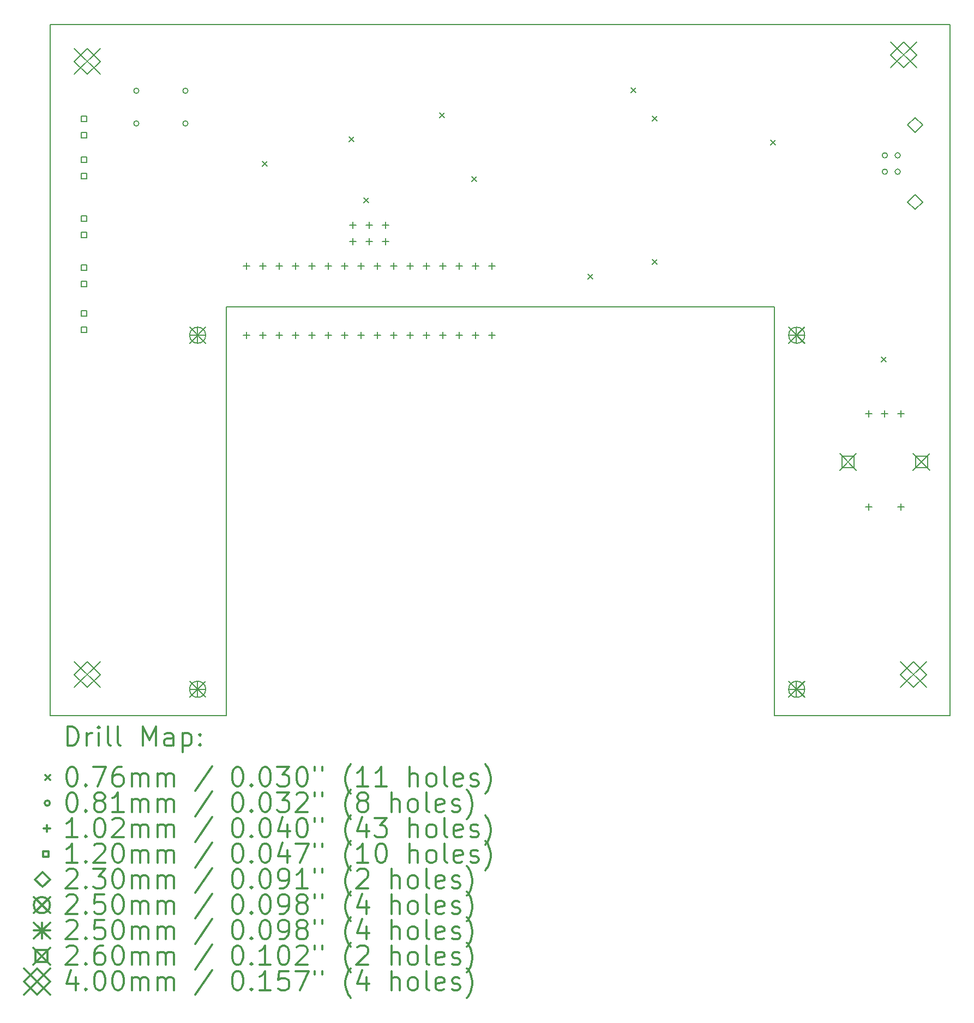
<source format=gbr>
%FSLAX45Y45*%
G04 Gerber Fmt 4.5, Leading zero omitted, Abs format (unit mm)*
G04 Created by KiCad (PCBNEW 4.0.1-stable) date Tuesday, March 29, 2016 'AMt' 01:29:09 AM*
%MOMM*%
G01*
G04 APERTURE LIST*
%ADD10C,0.127000*%
%ADD11C,0.150000*%
%ADD12C,0.200000*%
%ADD13C,0.300000*%
G04 APERTURE END LIST*
D10*
D11*
X21399500Y-15748000D02*
X18669000Y-15748000D01*
X21399500Y-12827000D02*
X21399500Y-15748000D01*
X18669000Y-15684500D02*
X18669000Y-15748000D01*
X18669000Y-12827000D02*
X18669000Y-15684500D01*
X7429500Y-12827000D02*
X7429500Y-15748000D01*
X10160000Y-12827000D02*
X10160000Y-15748000D01*
X7429500Y-12827000D02*
X7429500Y-12509500D01*
X10160000Y-15748000D02*
X7429500Y-15748000D01*
X10160000Y-12509500D02*
X10160000Y-12827000D01*
X7429500Y-5016500D02*
X7429500Y-12509500D01*
X21399500Y-5016500D02*
X7429500Y-5016500D01*
X21399500Y-5143500D02*
X21399500Y-5016500D01*
X21399500Y-12827000D02*
X21399500Y-5143500D01*
X18669000Y-9398000D02*
X18669000Y-12827000D01*
X10160000Y-9398000D02*
X18669000Y-9398000D01*
X10160000Y-12509500D02*
X10160000Y-9398000D01*
D12*
X10718800Y-7143750D02*
X10795000Y-7219950D01*
X10795000Y-7143750D02*
X10718800Y-7219950D01*
X12065000Y-6756400D02*
X12141200Y-6832600D01*
X12141200Y-6756400D02*
X12065000Y-6832600D01*
X12293600Y-7708900D02*
X12369800Y-7785100D01*
X12369800Y-7708900D02*
X12293600Y-7785100D01*
X13474700Y-6388100D02*
X13550900Y-6464300D01*
X13550900Y-6388100D02*
X13474700Y-6464300D01*
X13970000Y-7378700D02*
X14046200Y-7454900D01*
X14046200Y-7378700D02*
X13970000Y-7454900D01*
X15773400Y-8890000D02*
X15849600Y-8966200D01*
X15849600Y-8890000D02*
X15773400Y-8966200D01*
X16446500Y-6000750D02*
X16522700Y-6076950D01*
X16522700Y-6000750D02*
X16446500Y-6076950D01*
X16770350Y-6438900D02*
X16846550Y-6515100D01*
X16846550Y-6438900D02*
X16770350Y-6515100D01*
X16776700Y-8667750D02*
X16852900Y-8743950D01*
X16852900Y-8667750D02*
X16776700Y-8743950D01*
X18611850Y-6813550D02*
X18688050Y-6889750D01*
X18688050Y-6813550D02*
X18611850Y-6889750D01*
X20332700Y-10179050D02*
X20408900Y-10255250D01*
X20408900Y-10179050D02*
X20332700Y-10255250D01*
X8803640Y-6045200D02*
G75*
G03X8803640Y-6045200I-40640J0D01*
G01*
X8803640Y-6553200D02*
G75*
G03X8803640Y-6553200I-40640J0D01*
G01*
X9565640Y-6045200D02*
G75*
G03X9565640Y-6045200I-40640J0D01*
G01*
X9565640Y-6553200D02*
G75*
G03X9565640Y-6553200I-40640J0D01*
G01*
X20424140Y-7048500D02*
G75*
G03X20424140Y-7048500I-40640J0D01*
G01*
X20424140Y-7302500D02*
G75*
G03X20424140Y-7302500I-40640J0D01*
G01*
X20624038Y-7048500D02*
G75*
G03X20624038Y-7048500I-40640J0D01*
G01*
X20624038Y-7302500D02*
G75*
G03X20624038Y-7302500I-40640J0D01*
G01*
X10477500Y-8712200D02*
X10477500Y-8813800D01*
X10426700Y-8763000D02*
X10528300Y-8763000D01*
X10477500Y-9791700D02*
X10477500Y-9893300D01*
X10426700Y-9842500D02*
X10528300Y-9842500D01*
X10731500Y-8712200D02*
X10731500Y-8813800D01*
X10680700Y-8763000D02*
X10782300Y-8763000D01*
X10731500Y-9791700D02*
X10731500Y-9893300D01*
X10680700Y-9842500D02*
X10782300Y-9842500D01*
X10985500Y-8712200D02*
X10985500Y-8813800D01*
X10934700Y-8763000D02*
X11036300Y-8763000D01*
X10985500Y-9791700D02*
X10985500Y-9893300D01*
X10934700Y-9842500D02*
X11036300Y-9842500D01*
X11239500Y-8712200D02*
X11239500Y-8813800D01*
X11188700Y-8763000D02*
X11290300Y-8763000D01*
X11239500Y-9791700D02*
X11239500Y-9893300D01*
X11188700Y-9842500D02*
X11290300Y-9842500D01*
X11493500Y-8712200D02*
X11493500Y-8813800D01*
X11442700Y-8763000D02*
X11544300Y-8763000D01*
X11493500Y-9791700D02*
X11493500Y-9893300D01*
X11442700Y-9842500D02*
X11544300Y-9842500D01*
X11747500Y-8712200D02*
X11747500Y-8813800D01*
X11696700Y-8763000D02*
X11798300Y-8763000D01*
X11747500Y-9791700D02*
X11747500Y-9893300D01*
X11696700Y-9842500D02*
X11798300Y-9842500D01*
X12001500Y-8712200D02*
X12001500Y-8813800D01*
X11950700Y-8763000D02*
X12052300Y-8763000D01*
X12001500Y-9791700D02*
X12001500Y-9893300D01*
X11950700Y-9842500D02*
X12052300Y-9842500D01*
X12128500Y-8077200D02*
X12128500Y-8178800D01*
X12077700Y-8128000D02*
X12179300Y-8128000D01*
X12128500Y-8331200D02*
X12128500Y-8432800D01*
X12077700Y-8382000D02*
X12179300Y-8382000D01*
X12255500Y-8712200D02*
X12255500Y-8813800D01*
X12204700Y-8763000D02*
X12306300Y-8763000D01*
X12255500Y-9791700D02*
X12255500Y-9893300D01*
X12204700Y-9842500D02*
X12306300Y-9842500D01*
X12382500Y-8077200D02*
X12382500Y-8178800D01*
X12331700Y-8128000D02*
X12433300Y-8128000D01*
X12382500Y-8331200D02*
X12382500Y-8432800D01*
X12331700Y-8382000D02*
X12433300Y-8382000D01*
X12509500Y-8712200D02*
X12509500Y-8813800D01*
X12458700Y-8763000D02*
X12560300Y-8763000D01*
X12509500Y-9791700D02*
X12509500Y-9893300D01*
X12458700Y-9842500D02*
X12560300Y-9842500D01*
X12636500Y-8077200D02*
X12636500Y-8178800D01*
X12585700Y-8128000D02*
X12687300Y-8128000D01*
X12636500Y-8331200D02*
X12636500Y-8432800D01*
X12585700Y-8382000D02*
X12687300Y-8382000D01*
X12763500Y-8712200D02*
X12763500Y-8813800D01*
X12712700Y-8763000D02*
X12814300Y-8763000D01*
X12763500Y-9791700D02*
X12763500Y-9893300D01*
X12712700Y-9842500D02*
X12814300Y-9842500D01*
X13017500Y-8712200D02*
X13017500Y-8813800D01*
X12966700Y-8763000D02*
X13068300Y-8763000D01*
X13017500Y-9791700D02*
X13017500Y-9893300D01*
X12966700Y-9842500D02*
X13068300Y-9842500D01*
X13271500Y-8712200D02*
X13271500Y-8813800D01*
X13220700Y-8763000D02*
X13322300Y-8763000D01*
X13271500Y-9791700D02*
X13271500Y-9893300D01*
X13220700Y-9842500D02*
X13322300Y-9842500D01*
X13525500Y-8712200D02*
X13525500Y-8813800D01*
X13474700Y-8763000D02*
X13576300Y-8763000D01*
X13525500Y-9791700D02*
X13525500Y-9893300D01*
X13474700Y-9842500D02*
X13576300Y-9842500D01*
X13779500Y-8712200D02*
X13779500Y-8813800D01*
X13728700Y-8763000D02*
X13830300Y-8763000D01*
X13779500Y-9791700D02*
X13779500Y-9893300D01*
X13728700Y-9842500D02*
X13830300Y-9842500D01*
X14033500Y-8712200D02*
X14033500Y-8813800D01*
X13982700Y-8763000D02*
X14084300Y-8763000D01*
X14033500Y-9791700D02*
X14033500Y-9893300D01*
X13982700Y-9842500D02*
X14084300Y-9842500D01*
X14287500Y-8712200D02*
X14287500Y-8813800D01*
X14236700Y-8763000D02*
X14338300Y-8763000D01*
X14287500Y-9791700D02*
X14287500Y-9893300D01*
X14236700Y-9842500D02*
X14338300Y-9842500D01*
X20133500Y-11010200D02*
X20133500Y-11111800D01*
X20082700Y-11061000D02*
X20184300Y-11061000D01*
X20133500Y-12460200D02*
X20133500Y-12561800D01*
X20082700Y-12511000D02*
X20184300Y-12511000D01*
X20383500Y-11010200D02*
X20383500Y-11111800D01*
X20332700Y-11061000D02*
X20434300Y-11061000D01*
X20633500Y-11010200D02*
X20633500Y-11111800D01*
X20582700Y-11061000D02*
X20684300Y-11061000D01*
X20633500Y-12460200D02*
X20633500Y-12561800D01*
X20582700Y-12511000D02*
X20684300Y-12511000D01*
X7992587Y-6519387D02*
X7992587Y-6434613D01*
X7907813Y-6434613D01*
X7907813Y-6519387D01*
X7992587Y-6519387D01*
X7992587Y-6773387D02*
X7992587Y-6688613D01*
X7907813Y-6688613D01*
X7907813Y-6773387D01*
X7992587Y-6773387D01*
X7992587Y-7154387D02*
X7992587Y-7069613D01*
X7907813Y-7069613D01*
X7907813Y-7154387D01*
X7992587Y-7154387D01*
X7992587Y-7408387D02*
X7992587Y-7323613D01*
X7907813Y-7323613D01*
X7907813Y-7408387D01*
X7992587Y-7408387D01*
X7992587Y-8068787D02*
X7992587Y-7984013D01*
X7907813Y-7984013D01*
X7907813Y-8068787D01*
X7992587Y-8068787D01*
X7992587Y-8322787D02*
X7992587Y-8238013D01*
X7907813Y-8238013D01*
X7907813Y-8322787D01*
X7992587Y-8322787D01*
X7992587Y-8830787D02*
X7992587Y-8746013D01*
X7907813Y-8746013D01*
X7907813Y-8830787D01*
X7992587Y-8830787D01*
X7992587Y-9084787D02*
X7992587Y-9000013D01*
X7907813Y-9000013D01*
X7907813Y-9084787D01*
X7992587Y-9084787D01*
X7992587Y-9541987D02*
X7992587Y-9457213D01*
X7907813Y-9457213D01*
X7907813Y-9541987D01*
X7992587Y-9541987D01*
X7992587Y-9795987D02*
X7992587Y-9711213D01*
X7907813Y-9711213D01*
X7907813Y-9795987D01*
X7992587Y-9795987D01*
X20853400Y-6690614D02*
X20968462Y-6575552D01*
X20853400Y-6460490D01*
X20738338Y-6575552D01*
X20853400Y-6690614D01*
X20853400Y-7890510D02*
X20968462Y-7775448D01*
X20853400Y-7660386D01*
X20738338Y-7775448D01*
X20853400Y-7890510D01*
X9590532Y-9717532D02*
X9840468Y-9967468D01*
X9840468Y-9717532D02*
X9590532Y-9967468D01*
X9840468Y-9842500D02*
G75*
G03X9840468Y-9842500I-124968J0D01*
G01*
X9590532Y-15217902D02*
X9840468Y-15467838D01*
X9840468Y-15217902D02*
X9590532Y-15467838D01*
X9840468Y-15342870D02*
G75*
G03X9840468Y-15342870I-124968J0D01*
G01*
X18890488Y-9717532D02*
X19140424Y-9967468D01*
X19140424Y-9717532D02*
X18890488Y-9967468D01*
X19140424Y-9842500D02*
G75*
G03X19140424Y-9842500I-124968J0D01*
G01*
X18890488Y-15217648D02*
X19140424Y-15467584D01*
X19140424Y-15217648D02*
X18890488Y-15467584D01*
X19140424Y-15342616D02*
G75*
G03X19140424Y-15342616I-124968J0D01*
G01*
X9590500Y-9717500D02*
X9840500Y-9967500D01*
X9840500Y-9717500D02*
X9590500Y-9967500D01*
X9715500Y-9717500D02*
X9715500Y-9967500D01*
X9590500Y-9842500D02*
X9840500Y-9842500D01*
X9590500Y-15216600D02*
X9840500Y-15466600D01*
X9840500Y-15216600D02*
X9590500Y-15466600D01*
X9715500Y-15216600D02*
X9715500Y-15466600D01*
X9590500Y-15341600D02*
X9840500Y-15341600D01*
X18886900Y-9717500D02*
X19136900Y-9967500D01*
X19136900Y-9717500D02*
X18886900Y-9967500D01*
X19011900Y-9717500D02*
X19011900Y-9967500D01*
X18886900Y-9842500D02*
X19136900Y-9842500D01*
X18886900Y-15216600D02*
X19136900Y-15466600D01*
X19136900Y-15216600D02*
X18886900Y-15466600D01*
X19011900Y-15216600D02*
X19011900Y-15466600D01*
X18886900Y-15341600D02*
X19136900Y-15341600D01*
X19683500Y-11681000D02*
X19943500Y-11941000D01*
X19943500Y-11681000D02*
X19683500Y-11941000D01*
X19905425Y-11902925D02*
X19905425Y-11719075D01*
X19721575Y-11719075D01*
X19721575Y-11902925D01*
X19905425Y-11902925D01*
X20823500Y-11681000D02*
X21083500Y-11941000D01*
X21083500Y-11681000D02*
X20823500Y-11941000D01*
X21045425Y-11902925D02*
X21045425Y-11719075D01*
X20861575Y-11719075D01*
X20861575Y-11902925D01*
X21045425Y-11902925D01*
X7801000Y-5388000D02*
X8201000Y-5788000D01*
X8201000Y-5388000D02*
X7801000Y-5788000D01*
X8001000Y-5788000D02*
X8201000Y-5588000D01*
X8001000Y-5388000D01*
X7801000Y-5588000D01*
X8001000Y-5788000D01*
X7801000Y-14913000D02*
X8201000Y-15313000D01*
X8201000Y-14913000D02*
X7801000Y-15313000D01*
X8001000Y-15313000D02*
X8201000Y-15113000D01*
X8001000Y-14913000D01*
X7801000Y-15113000D01*
X8001000Y-15313000D01*
X20475600Y-5286400D02*
X20875600Y-5686400D01*
X20875600Y-5286400D02*
X20475600Y-5686400D01*
X20675600Y-5686400D02*
X20875600Y-5486400D01*
X20675600Y-5286400D01*
X20475600Y-5486400D01*
X20675600Y-5686400D01*
X20628000Y-14913000D02*
X21028000Y-15313000D01*
X21028000Y-14913000D02*
X20628000Y-15313000D01*
X20828000Y-15313000D02*
X21028000Y-15113000D01*
X20828000Y-14913000D01*
X20628000Y-15113000D01*
X20828000Y-15313000D01*
D13*
X7693428Y-16221214D02*
X7693428Y-15921214D01*
X7764857Y-15921214D01*
X7807714Y-15935500D01*
X7836286Y-15964071D01*
X7850571Y-15992643D01*
X7864857Y-16049786D01*
X7864857Y-16092643D01*
X7850571Y-16149786D01*
X7836286Y-16178357D01*
X7807714Y-16206929D01*
X7764857Y-16221214D01*
X7693428Y-16221214D01*
X7993428Y-16221214D02*
X7993428Y-16021214D01*
X7993428Y-16078357D02*
X8007714Y-16049786D01*
X8022000Y-16035500D01*
X8050571Y-16021214D01*
X8079143Y-16021214D01*
X8179143Y-16221214D02*
X8179143Y-16021214D01*
X8179143Y-15921214D02*
X8164857Y-15935500D01*
X8179143Y-15949786D01*
X8193428Y-15935500D01*
X8179143Y-15921214D01*
X8179143Y-15949786D01*
X8364857Y-16221214D02*
X8336286Y-16206929D01*
X8322000Y-16178357D01*
X8322000Y-15921214D01*
X8522000Y-16221214D02*
X8493429Y-16206929D01*
X8479143Y-16178357D01*
X8479143Y-15921214D01*
X8864857Y-16221214D02*
X8864857Y-15921214D01*
X8964857Y-16135500D01*
X9064857Y-15921214D01*
X9064857Y-16221214D01*
X9336286Y-16221214D02*
X9336286Y-16064071D01*
X9322000Y-16035500D01*
X9293429Y-16021214D01*
X9236286Y-16021214D01*
X9207714Y-16035500D01*
X9336286Y-16206929D02*
X9307714Y-16221214D01*
X9236286Y-16221214D01*
X9207714Y-16206929D01*
X9193429Y-16178357D01*
X9193429Y-16149786D01*
X9207714Y-16121214D01*
X9236286Y-16106929D01*
X9307714Y-16106929D01*
X9336286Y-16092643D01*
X9479143Y-16021214D02*
X9479143Y-16321214D01*
X9479143Y-16035500D02*
X9507714Y-16021214D01*
X9564857Y-16021214D01*
X9593429Y-16035500D01*
X9607714Y-16049786D01*
X9622000Y-16078357D01*
X9622000Y-16164071D01*
X9607714Y-16192643D01*
X9593429Y-16206929D01*
X9564857Y-16221214D01*
X9507714Y-16221214D01*
X9479143Y-16206929D01*
X9750571Y-16192643D02*
X9764857Y-16206929D01*
X9750571Y-16221214D01*
X9736286Y-16206929D01*
X9750571Y-16192643D01*
X9750571Y-16221214D01*
X9750571Y-16035500D02*
X9764857Y-16049786D01*
X9750571Y-16064071D01*
X9736286Y-16049786D01*
X9750571Y-16035500D01*
X9750571Y-16064071D01*
X7345800Y-16677400D02*
X7422000Y-16753600D01*
X7422000Y-16677400D02*
X7345800Y-16753600D01*
X7750571Y-16551214D02*
X7779143Y-16551214D01*
X7807714Y-16565500D01*
X7822000Y-16579786D01*
X7836286Y-16608357D01*
X7850571Y-16665500D01*
X7850571Y-16736929D01*
X7836286Y-16794072D01*
X7822000Y-16822643D01*
X7807714Y-16836929D01*
X7779143Y-16851214D01*
X7750571Y-16851214D01*
X7722000Y-16836929D01*
X7707714Y-16822643D01*
X7693428Y-16794072D01*
X7679143Y-16736929D01*
X7679143Y-16665500D01*
X7693428Y-16608357D01*
X7707714Y-16579786D01*
X7722000Y-16565500D01*
X7750571Y-16551214D01*
X7979143Y-16822643D02*
X7993428Y-16836929D01*
X7979143Y-16851214D01*
X7964857Y-16836929D01*
X7979143Y-16822643D01*
X7979143Y-16851214D01*
X8093428Y-16551214D02*
X8293428Y-16551214D01*
X8164857Y-16851214D01*
X8536286Y-16551214D02*
X8479143Y-16551214D01*
X8450571Y-16565500D01*
X8436286Y-16579786D01*
X8407714Y-16622643D01*
X8393429Y-16679786D01*
X8393429Y-16794072D01*
X8407714Y-16822643D01*
X8422000Y-16836929D01*
X8450571Y-16851214D01*
X8507714Y-16851214D01*
X8536286Y-16836929D01*
X8550571Y-16822643D01*
X8564857Y-16794072D01*
X8564857Y-16722643D01*
X8550571Y-16694071D01*
X8536286Y-16679786D01*
X8507714Y-16665500D01*
X8450571Y-16665500D01*
X8422000Y-16679786D01*
X8407714Y-16694071D01*
X8393429Y-16722643D01*
X8693429Y-16851214D02*
X8693429Y-16651214D01*
X8693429Y-16679786D02*
X8707714Y-16665500D01*
X8736286Y-16651214D01*
X8779143Y-16651214D01*
X8807714Y-16665500D01*
X8822000Y-16694071D01*
X8822000Y-16851214D01*
X8822000Y-16694071D02*
X8836286Y-16665500D01*
X8864857Y-16651214D01*
X8907714Y-16651214D01*
X8936286Y-16665500D01*
X8950571Y-16694071D01*
X8950571Y-16851214D01*
X9093429Y-16851214D02*
X9093429Y-16651214D01*
X9093429Y-16679786D02*
X9107714Y-16665500D01*
X9136286Y-16651214D01*
X9179143Y-16651214D01*
X9207714Y-16665500D01*
X9222000Y-16694071D01*
X9222000Y-16851214D01*
X9222000Y-16694071D02*
X9236286Y-16665500D01*
X9264857Y-16651214D01*
X9307714Y-16651214D01*
X9336286Y-16665500D01*
X9350571Y-16694071D01*
X9350571Y-16851214D01*
X9936286Y-16536929D02*
X9679143Y-16922643D01*
X10322000Y-16551214D02*
X10350571Y-16551214D01*
X10379143Y-16565500D01*
X10393428Y-16579786D01*
X10407714Y-16608357D01*
X10422000Y-16665500D01*
X10422000Y-16736929D01*
X10407714Y-16794072D01*
X10393428Y-16822643D01*
X10379143Y-16836929D01*
X10350571Y-16851214D01*
X10322000Y-16851214D01*
X10293428Y-16836929D01*
X10279143Y-16822643D01*
X10264857Y-16794072D01*
X10250571Y-16736929D01*
X10250571Y-16665500D01*
X10264857Y-16608357D01*
X10279143Y-16579786D01*
X10293428Y-16565500D01*
X10322000Y-16551214D01*
X10550571Y-16822643D02*
X10564857Y-16836929D01*
X10550571Y-16851214D01*
X10536286Y-16836929D01*
X10550571Y-16822643D01*
X10550571Y-16851214D01*
X10750571Y-16551214D02*
X10779143Y-16551214D01*
X10807714Y-16565500D01*
X10822000Y-16579786D01*
X10836286Y-16608357D01*
X10850571Y-16665500D01*
X10850571Y-16736929D01*
X10836286Y-16794072D01*
X10822000Y-16822643D01*
X10807714Y-16836929D01*
X10779143Y-16851214D01*
X10750571Y-16851214D01*
X10722000Y-16836929D01*
X10707714Y-16822643D01*
X10693428Y-16794072D01*
X10679143Y-16736929D01*
X10679143Y-16665500D01*
X10693428Y-16608357D01*
X10707714Y-16579786D01*
X10722000Y-16565500D01*
X10750571Y-16551214D01*
X10950571Y-16551214D02*
X11136286Y-16551214D01*
X11036286Y-16665500D01*
X11079143Y-16665500D01*
X11107714Y-16679786D01*
X11122000Y-16694071D01*
X11136286Y-16722643D01*
X11136286Y-16794072D01*
X11122000Y-16822643D01*
X11107714Y-16836929D01*
X11079143Y-16851214D01*
X10993428Y-16851214D01*
X10964857Y-16836929D01*
X10950571Y-16822643D01*
X11322000Y-16551214D02*
X11350571Y-16551214D01*
X11379143Y-16565500D01*
X11393428Y-16579786D01*
X11407714Y-16608357D01*
X11422000Y-16665500D01*
X11422000Y-16736929D01*
X11407714Y-16794072D01*
X11393428Y-16822643D01*
X11379143Y-16836929D01*
X11350571Y-16851214D01*
X11322000Y-16851214D01*
X11293428Y-16836929D01*
X11279143Y-16822643D01*
X11264857Y-16794072D01*
X11250571Y-16736929D01*
X11250571Y-16665500D01*
X11264857Y-16608357D01*
X11279143Y-16579786D01*
X11293428Y-16565500D01*
X11322000Y-16551214D01*
X11536286Y-16551214D02*
X11536286Y-16608357D01*
X11650571Y-16551214D02*
X11650571Y-16608357D01*
X12093428Y-16965500D02*
X12079143Y-16951214D01*
X12050571Y-16908357D01*
X12036285Y-16879786D01*
X12022000Y-16836929D01*
X12007714Y-16765500D01*
X12007714Y-16708357D01*
X12022000Y-16636929D01*
X12036285Y-16594071D01*
X12050571Y-16565500D01*
X12079143Y-16522643D01*
X12093428Y-16508357D01*
X12364857Y-16851214D02*
X12193428Y-16851214D01*
X12279143Y-16851214D02*
X12279143Y-16551214D01*
X12250571Y-16594071D01*
X12222000Y-16622643D01*
X12193428Y-16636929D01*
X12650571Y-16851214D02*
X12479143Y-16851214D01*
X12564857Y-16851214D02*
X12564857Y-16551214D01*
X12536285Y-16594071D01*
X12507714Y-16622643D01*
X12479143Y-16636929D01*
X13007714Y-16851214D02*
X13007714Y-16551214D01*
X13136285Y-16851214D02*
X13136285Y-16694071D01*
X13122000Y-16665500D01*
X13093428Y-16651214D01*
X13050571Y-16651214D01*
X13022000Y-16665500D01*
X13007714Y-16679786D01*
X13322000Y-16851214D02*
X13293428Y-16836929D01*
X13279143Y-16822643D01*
X13264857Y-16794072D01*
X13264857Y-16708357D01*
X13279143Y-16679786D01*
X13293428Y-16665500D01*
X13322000Y-16651214D01*
X13364857Y-16651214D01*
X13393428Y-16665500D01*
X13407714Y-16679786D01*
X13422000Y-16708357D01*
X13422000Y-16794072D01*
X13407714Y-16822643D01*
X13393428Y-16836929D01*
X13364857Y-16851214D01*
X13322000Y-16851214D01*
X13593428Y-16851214D02*
X13564857Y-16836929D01*
X13550571Y-16808357D01*
X13550571Y-16551214D01*
X13822000Y-16836929D02*
X13793428Y-16851214D01*
X13736286Y-16851214D01*
X13707714Y-16836929D01*
X13693428Y-16808357D01*
X13693428Y-16694071D01*
X13707714Y-16665500D01*
X13736286Y-16651214D01*
X13793428Y-16651214D01*
X13822000Y-16665500D01*
X13836286Y-16694071D01*
X13836286Y-16722643D01*
X13693428Y-16751214D01*
X13950571Y-16836929D02*
X13979143Y-16851214D01*
X14036286Y-16851214D01*
X14064857Y-16836929D01*
X14079143Y-16808357D01*
X14079143Y-16794072D01*
X14064857Y-16765500D01*
X14036286Y-16751214D01*
X13993428Y-16751214D01*
X13964857Y-16736929D01*
X13950571Y-16708357D01*
X13950571Y-16694071D01*
X13964857Y-16665500D01*
X13993428Y-16651214D01*
X14036286Y-16651214D01*
X14064857Y-16665500D01*
X14179143Y-16965500D02*
X14193428Y-16951214D01*
X14222000Y-16908357D01*
X14236286Y-16879786D01*
X14250571Y-16836929D01*
X14264857Y-16765500D01*
X14264857Y-16708357D01*
X14250571Y-16636929D01*
X14236286Y-16594071D01*
X14222000Y-16565500D01*
X14193428Y-16522643D01*
X14179143Y-16508357D01*
X7422000Y-17111500D02*
G75*
G03X7422000Y-17111500I-40640J0D01*
G01*
X7750571Y-16947214D02*
X7779143Y-16947214D01*
X7807714Y-16961500D01*
X7822000Y-16975786D01*
X7836286Y-17004357D01*
X7850571Y-17061500D01*
X7850571Y-17132929D01*
X7836286Y-17190072D01*
X7822000Y-17218643D01*
X7807714Y-17232929D01*
X7779143Y-17247214D01*
X7750571Y-17247214D01*
X7722000Y-17232929D01*
X7707714Y-17218643D01*
X7693428Y-17190072D01*
X7679143Y-17132929D01*
X7679143Y-17061500D01*
X7693428Y-17004357D01*
X7707714Y-16975786D01*
X7722000Y-16961500D01*
X7750571Y-16947214D01*
X7979143Y-17218643D02*
X7993428Y-17232929D01*
X7979143Y-17247214D01*
X7964857Y-17232929D01*
X7979143Y-17218643D01*
X7979143Y-17247214D01*
X8164857Y-17075786D02*
X8136286Y-17061500D01*
X8122000Y-17047214D01*
X8107714Y-17018643D01*
X8107714Y-17004357D01*
X8122000Y-16975786D01*
X8136286Y-16961500D01*
X8164857Y-16947214D01*
X8222000Y-16947214D01*
X8250571Y-16961500D01*
X8264857Y-16975786D01*
X8279143Y-17004357D01*
X8279143Y-17018643D01*
X8264857Y-17047214D01*
X8250571Y-17061500D01*
X8222000Y-17075786D01*
X8164857Y-17075786D01*
X8136286Y-17090072D01*
X8122000Y-17104357D01*
X8107714Y-17132929D01*
X8107714Y-17190072D01*
X8122000Y-17218643D01*
X8136286Y-17232929D01*
X8164857Y-17247214D01*
X8222000Y-17247214D01*
X8250571Y-17232929D01*
X8264857Y-17218643D01*
X8279143Y-17190072D01*
X8279143Y-17132929D01*
X8264857Y-17104357D01*
X8250571Y-17090072D01*
X8222000Y-17075786D01*
X8564857Y-17247214D02*
X8393429Y-17247214D01*
X8479143Y-17247214D02*
X8479143Y-16947214D01*
X8450571Y-16990072D01*
X8422000Y-17018643D01*
X8393429Y-17032929D01*
X8693429Y-17247214D02*
X8693429Y-17047214D01*
X8693429Y-17075786D02*
X8707714Y-17061500D01*
X8736286Y-17047214D01*
X8779143Y-17047214D01*
X8807714Y-17061500D01*
X8822000Y-17090072D01*
X8822000Y-17247214D01*
X8822000Y-17090072D02*
X8836286Y-17061500D01*
X8864857Y-17047214D01*
X8907714Y-17047214D01*
X8936286Y-17061500D01*
X8950571Y-17090072D01*
X8950571Y-17247214D01*
X9093429Y-17247214D02*
X9093429Y-17047214D01*
X9093429Y-17075786D02*
X9107714Y-17061500D01*
X9136286Y-17047214D01*
X9179143Y-17047214D01*
X9207714Y-17061500D01*
X9222000Y-17090072D01*
X9222000Y-17247214D01*
X9222000Y-17090072D02*
X9236286Y-17061500D01*
X9264857Y-17047214D01*
X9307714Y-17047214D01*
X9336286Y-17061500D01*
X9350571Y-17090072D01*
X9350571Y-17247214D01*
X9936286Y-16932929D02*
X9679143Y-17318643D01*
X10322000Y-16947214D02*
X10350571Y-16947214D01*
X10379143Y-16961500D01*
X10393428Y-16975786D01*
X10407714Y-17004357D01*
X10422000Y-17061500D01*
X10422000Y-17132929D01*
X10407714Y-17190072D01*
X10393428Y-17218643D01*
X10379143Y-17232929D01*
X10350571Y-17247214D01*
X10322000Y-17247214D01*
X10293428Y-17232929D01*
X10279143Y-17218643D01*
X10264857Y-17190072D01*
X10250571Y-17132929D01*
X10250571Y-17061500D01*
X10264857Y-17004357D01*
X10279143Y-16975786D01*
X10293428Y-16961500D01*
X10322000Y-16947214D01*
X10550571Y-17218643D02*
X10564857Y-17232929D01*
X10550571Y-17247214D01*
X10536286Y-17232929D01*
X10550571Y-17218643D01*
X10550571Y-17247214D01*
X10750571Y-16947214D02*
X10779143Y-16947214D01*
X10807714Y-16961500D01*
X10822000Y-16975786D01*
X10836286Y-17004357D01*
X10850571Y-17061500D01*
X10850571Y-17132929D01*
X10836286Y-17190072D01*
X10822000Y-17218643D01*
X10807714Y-17232929D01*
X10779143Y-17247214D01*
X10750571Y-17247214D01*
X10722000Y-17232929D01*
X10707714Y-17218643D01*
X10693428Y-17190072D01*
X10679143Y-17132929D01*
X10679143Y-17061500D01*
X10693428Y-17004357D01*
X10707714Y-16975786D01*
X10722000Y-16961500D01*
X10750571Y-16947214D01*
X10950571Y-16947214D02*
X11136286Y-16947214D01*
X11036286Y-17061500D01*
X11079143Y-17061500D01*
X11107714Y-17075786D01*
X11122000Y-17090072D01*
X11136286Y-17118643D01*
X11136286Y-17190072D01*
X11122000Y-17218643D01*
X11107714Y-17232929D01*
X11079143Y-17247214D01*
X10993428Y-17247214D01*
X10964857Y-17232929D01*
X10950571Y-17218643D01*
X11250571Y-16975786D02*
X11264857Y-16961500D01*
X11293428Y-16947214D01*
X11364857Y-16947214D01*
X11393428Y-16961500D01*
X11407714Y-16975786D01*
X11422000Y-17004357D01*
X11422000Y-17032929D01*
X11407714Y-17075786D01*
X11236285Y-17247214D01*
X11422000Y-17247214D01*
X11536286Y-16947214D02*
X11536286Y-17004357D01*
X11650571Y-16947214D02*
X11650571Y-17004357D01*
X12093428Y-17361500D02*
X12079143Y-17347214D01*
X12050571Y-17304357D01*
X12036285Y-17275786D01*
X12022000Y-17232929D01*
X12007714Y-17161500D01*
X12007714Y-17104357D01*
X12022000Y-17032929D01*
X12036285Y-16990072D01*
X12050571Y-16961500D01*
X12079143Y-16918643D01*
X12093428Y-16904357D01*
X12250571Y-17075786D02*
X12222000Y-17061500D01*
X12207714Y-17047214D01*
X12193428Y-17018643D01*
X12193428Y-17004357D01*
X12207714Y-16975786D01*
X12222000Y-16961500D01*
X12250571Y-16947214D01*
X12307714Y-16947214D01*
X12336285Y-16961500D01*
X12350571Y-16975786D01*
X12364857Y-17004357D01*
X12364857Y-17018643D01*
X12350571Y-17047214D01*
X12336285Y-17061500D01*
X12307714Y-17075786D01*
X12250571Y-17075786D01*
X12222000Y-17090072D01*
X12207714Y-17104357D01*
X12193428Y-17132929D01*
X12193428Y-17190072D01*
X12207714Y-17218643D01*
X12222000Y-17232929D01*
X12250571Y-17247214D01*
X12307714Y-17247214D01*
X12336285Y-17232929D01*
X12350571Y-17218643D01*
X12364857Y-17190072D01*
X12364857Y-17132929D01*
X12350571Y-17104357D01*
X12336285Y-17090072D01*
X12307714Y-17075786D01*
X12722000Y-17247214D02*
X12722000Y-16947214D01*
X12850571Y-17247214D02*
X12850571Y-17090072D01*
X12836285Y-17061500D01*
X12807714Y-17047214D01*
X12764857Y-17047214D01*
X12736285Y-17061500D01*
X12722000Y-17075786D01*
X13036285Y-17247214D02*
X13007714Y-17232929D01*
X12993428Y-17218643D01*
X12979143Y-17190072D01*
X12979143Y-17104357D01*
X12993428Y-17075786D01*
X13007714Y-17061500D01*
X13036285Y-17047214D01*
X13079143Y-17047214D01*
X13107714Y-17061500D01*
X13122000Y-17075786D01*
X13136285Y-17104357D01*
X13136285Y-17190072D01*
X13122000Y-17218643D01*
X13107714Y-17232929D01*
X13079143Y-17247214D01*
X13036285Y-17247214D01*
X13307714Y-17247214D02*
X13279143Y-17232929D01*
X13264857Y-17204357D01*
X13264857Y-16947214D01*
X13536286Y-17232929D02*
X13507714Y-17247214D01*
X13450571Y-17247214D01*
X13422000Y-17232929D01*
X13407714Y-17204357D01*
X13407714Y-17090072D01*
X13422000Y-17061500D01*
X13450571Y-17047214D01*
X13507714Y-17047214D01*
X13536286Y-17061500D01*
X13550571Y-17090072D01*
X13550571Y-17118643D01*
X13407714Y-17147214D01*
X13664857Y-17232929D02*
X13693428Y-17247214D01*
X13750571Y-17247214D01*
X13779143Y-17232929D01*
X13793428Y-17204357D01*
X13793428Y-17190072D01*
X13779143Y-17161500D01*
X13750571Y-17147214D01*
X13707714Y-17147214D01*
X13679143Y-17132929D01*
X13664857Y-17104357D01*
X13664857Y-17090072D01*
X13679143Y-17061500D01*
X13707714Y-17047214D01*
X13750571Y-17047214D01*
X13779143Y-17061500D01*
X13893428Y-17361500D02*
X13907714Y-17347214D01*
X13936286Y-17304357D01*
X13950571Y-17275786D01*
X13964857Y-17232929D01*
X13979143Y-17161500D01*
X13979143Y-17104357D01*
X13964857Y-17032929D01*
X13950571Y-16990072D01*
X13936286Y-16961500D01*
X13907714Y-16918643D01*
X13893428Y-16904357D01*
X7371200Y-17456700D02*
X7371200Y-17558300D01*
X7320400Y-17507500D02*
X7422000Y-17507500D01*
X7850571Y-17643214D02*
X7679143Y-17643214D01*
X7764857Y-17643214D02*
X7764857Y-17343214D01*
X7736286Y-17386072D01*
X7707714Y-17414643D01*
X7679143Y-17428929D01*
X7979143Y-17614643D02*
X7993428Y-17628929D01*
X7979143Y-17643214D01*
X7964857Y-17628929D01*
X7979143Y-17614643D01*
X7979143Y-17643214D01*
X8179143Y-17343214D02*
X8207714Y-17343214D01*
X8236286Y-17357500D01*
X8250571Y-17371786D01*
X8264857Y-17400357D01*
X8279143Y-17457500D01*
X8279143Y-17528929D01*
X8264857Y-17586072D01*
X8250571Y-17614643D01*
X8236286Y-17628929D01*
X8207714Y-17643214D01*
X8179143Y-17643214D01*
X8150571Y-17628929D01*
X8136286Y-17614643D01*
X8122000Y-17586072D01*
X8107714Y-17528929D01*
X8107714Y-17457500D01*
X8122000Y-17400357D01*
X8136286Y-17371786D01*
X8150571Y-17357500D01*
X8179143Y-17343214D01*
X8393429Y-17371786D02*
X8407714Y-17357500D01*
X8436286Y-17343214D01*
X8507714Y-17343214D01*
X8536286Y-17357500D01*
X8550571Y-17371786D01*
X8564857Y-17400357D01*
X8564857Y-17428929D01*
X8550571Y-17471786D01*
X8379143Y-17643214D01*
X8564857Y-17643214D01*
X8693429Y-17643214D02*
X8693429Y-17443214D01*
X8693429Y-17471786D02*
X8707714Y-17457500D01*
X8736286Y-17443214D01*
X8779143Y-17443214D01*
X8807714Y-17457500D01*
X8822000Y-17486072D01*
X8822000Y-17643214D01*
X8822000Y-17486072D02*
X8836286Y-17457500D01*
X8864857Y-17443214D01*
X8907714Y-17443214D01*
X8936286Y-17457500D01*
X8950571Y-17486072D01*
X8950571Y-17643214D01*
X9093429Y-17643214D02*
X9093429Y-17443214D01*
X9093429Y-17471786D02*
X9107714Y-17457500D01*
X9136286Y-17443214D01*
X9179143Y-17443214D01*
X9207714Y-17457500D01*
X9222000Y-17486072D01*
X9222000Y-17643214D01*
X9222000Y-17486072D02*
X9236286Y-17457500D01*
X9264857Y-17443214D01*
X9307714Y-17443214D01*
X9336286Y-17457500D01*
X9350571Y-17486072D01*
X9350571Y-17643214D01*
X9936286Y-17328929D02*
X9679143Y-17714643D01*
X10322000Y-17343214D02*
X10350571Y-17343214D01*
X10379143Y-17357500D01*
X10393428Y-17371786D01*
X10407714Y-17400357D01*
X10422000Y-17457500D01*
X10422000Y-17528929D01*
X10407714Y-17586072D01*
X10393428Y-17614643D01*
X10379143Y-17628929D01*
X10350571Y-17643214D01*
X10322000Y-17643214D01*
X10293428Y-17628929D01*
X10279143Y-17614643D01*
X10264857Y-17586072D01*
X10250571Y-17528929D01*
X10250571Y-17457500D01*
X10264857Y-17400357D01*
X10279143Y-17371786D01*
X10293428Y-17357500D01*
X10322000Y-17343214D01*
X10550571Y-17614643D02*
X10564857Y-17628929D01*
X10550571Y-17643214D01*
X10536286Y-17628929D01*
X10550571Y-17614643D01*
X10550571Y-17643214D01*
X10750571Y-17343214D02*
X10779143Y-17343214D01*
X10807714Y-17357500D01*
X10822000Y-17371786D01*
X10836286Y-17400357D01*
X10850571Y-17457500D01*
X10850571Y-17528929D01*
X10836286Y-17586072D01*
X10822000Y-17614643D01*
X10807714Y-17628929D01*
X10779143Y-17643214D01*
X10750571Y-17643214D01*
X10722000Y-17628929D01*
X10707714Y-17614643D01*
X10693428Y-17586072D01*
X10679143Y-17528929D01*
X10679143Y-17457500D01*
X10693428Y-17400357D01*
X10707714Y-17371786D01*
X10722000Y-17357500D01*
X10750571Y-17343214D01*
X11107714Y-17443214D02*
X11107714Y-17643214D01*
X11036286Y-17328929D02*
X10964857Y-17543214D01*
X11150571Y-17543214D01*
X11322000Y-17343214D02*
X11350571Y-17343214D01*
X11379143Y-17357500D01*
X11393428Y-17371786D01*
X11407714Y-17400357D01*
X11422000Y-17457500D01*
X11422000Y-17528929D01*
X11407714Y-17586072D01*
X11393428Y-17614643D01*
X11379143Y-17628929D01*
X11350571Y-17643214D01*
X11322000Y-17643214D01*
X11293428Y-17628929D01*
X11279143Y-17614643D01*
X11264857Y-17586072D01*
X11250571Y-17528929D01*
X11250571Y-17457500D01*
X11264857Y-17400357D01*
X11279143Y-17371786D01*
X11293428Y-17357500D01*
X11322000Y-17343214D01*
X11536286Y-17343214D02*
X11536286Y-17400357D01*
X11650571Y-17343214D02*
X11650571Y-17400357D01*
X12093428Y-17757500D02*
X12079143Y-17743214D01*
X12050571Y-17700357D01*
X12036285Y-17671786D01*
X12022000Y-17628929D01*
X12007714Y-17557500D01*
X12007714Y-17500357D01*
X12022000Y-17428929D01*
X12036285Y-17386072D01*
X12050571Y-17357500D01*
X12079143Y-17314643D01*
X12093428Y-17300357D01*
X12336285Y-17443214D02*
X12336285Y-17643214D01*
X12264857Y-17328929D02*
X12193428Y-17543214D01*
X12379143Y-17543214D01*
X12464857Y-17343214D02*
X12650571Y-17343214D01*
X12550571Y-17457500D01*
X12593428Y-17457500D01*
X12622000Y-17471786D01*
X12636285Y-17486072D01*
X12650571Y-17514643D01*
X12650571Y-17586072D01*
X12636285Y-17614643D01*
X12622000Y-17628929D01*
X12593428Y-17643214D01*
X12507714Y-17643214D01*
X12479143Y-17628929D01*
X12464857Y-17614643D01*
X13007714Y-17643214D02*
X13007714Y-17343214D01*
X13136285Y-17643214D02*
X13136285Y-17486072D01*
X13122000Y-17457500D01*
X13093428Y-17443214D01*
X13050571Y-17443214D01*
X13022000Y-17457500D01*
X13007714Y-17471786D01*
X13322000Y-17643214D02*
X13293428Y-17628929D01*
X13279143Y-17614643D01*
X13264857Y-17586072D01*
X13264857Y-17500357D01*
X13279143Y-17471786D01*
X13293428Y-17457500D01*
X13322000Y-17443214D01*
X13364857Y-17443214D01*
X13393428Y-17457500D01*
X13407714Y-17471786D01*
X13422000Y-17500357D01*
X13422000Y-17586072D01*
X13407714Y-17614643D01*
X13393428Y-17628929D01*
X13364857Y-17643214D01*
X13322000Y-17643214D01*
X13593428Y-17643214D02*
X13564857Y-17628929D01*
X13550571Y-17600357D01*
X13550571Y-17343214D01*
X13822000Y-17628929D02*
X13793428Y-17643214D01*
X13736286Y-17643214D01*
X13707714Y-17628929D01*
X13693428Y-17600357D01*
X13693428Y-17486072D01*
X13707714Y-17457500D01*
X13736286Y-17443214D01*
X13793428Y-17443214D01*
X13822000Y-17457500D01*
X13836286Y-17486072D01*
X13836286Y-17514643D01*
X13693428Y-17543214D01*
X13950571Y-17628929D02*
X13979143Y-17643214D01*
X14036286Y-17643214D01*
X14064857Y-17628929D01*
X14079143Y-17600357D01*
X14079143Y-17586072D01*
X14064857Y-17557500D01*
X14036286Y-17543214D01*
X13993428Y-17543214D01*
X13964857Y-17528929D01*
X13950571Y-17500357D01*
X13950571Y-17486072D01*
X13964857Y-17457500D01*
X13993428Y-17443214D01*
X14036286Y-17443214D01*
X14064857Y-17457500D01*
X14179143Y-17757500D02*
X14193428Y-17743214D01*
X14222000Y-17700357D01*
X14236286Y-17671786D01*
X14250571Y-17628929D01*
X14264857Y-17557500D01*
X14264857Y-17500357D01*
X14250571Y-17428929D01*
X14236286Y-17386072D01*
X14222000Y-17357500D01*
X14193428Y-17314643D01*
X14179143Y-17300357D01*
X7404443Y-17945887D02*
X7404443Y-17861113D01*
X7319669Y-17861113D01*
X7319669Y-17945887D01*
X7404443Y-17945887D01*
X7850571Y-18039214D02*
X7679143Y-18039214D01*
X7764857Y-18039214D02*
X7764857Y-17739214D01*
X7736286Y-17782072D01*
X7707714Y-17810643D01*
X7679143Y-17824929D01*
X7979143Y-18010643D02*
X7993428Y-18024929D01*
X7979143Y-18039214D01*
X7964857Y-18024929D01*
X7979143Y-18010643D01*
X7979143Y-18039214D01*
X8107714Y-17767786D02*
X8122000Y-17753500D01*
X8150571Y-17739214D01*
X8222000Y-17739214D01*
X8250571Y-17753500D01*
X8264857Y-17767786D01*
X8279143Y-17796357D01*
X8279143Y-17824929D01*
X8264857Y-17867786D01*
X8093428Y-18039214D01*
X8279143Y-18039214D01*
X8464857Y-17739214D02*
X8493429Y-17739214D01*
X8522000Y-17753500D01*
X8536286Y-17767786D01*
X8550571Y-17796357D01*
X8564857Y-17853500D01*
X8564857Y-17924929D01*
X8550571Y-17982072D01*
X8536286Y-18010643D01*
X8522000Y-18024929D01*
X8493429Y-18039214D01*
X8464857Y-18039214D01*
X8436286Y-18024929D01*
X8422000Y-18010643D01*
X8407714Y-17982072D01*
X8393429Y-17924929D01*
X8393429Y-17853500D01*
X8407714Y-17796357D01*
X8422000Y-17767786D01*
X8436286Y-17753500D01*
X8464857Y-17739214D01*
X8693429Y-18039214D02*
X8693429Y-17839214D01*
X8693429Y-17867786D02*
X8707714Y-17853500D01*
X8736286Y-17839214D01*
X8779143Y-17839214D01*
X8807714Y-17853500D01*
X8822000Y-17882072D01*
X8822000Y-18039214D01*
X8822000Y-17882072D02*
X8836286Y-17853500D01*
X8864857Y-17839214D01*
X8907714Y-17839214D01*
X8936286Y-17853500D01*
X8950571Y-17882072D01*
X8950571Y-18039214D01*
X9093429Y-18039214D02*
X9093429Y-17839214D01*
X9093429Y-17867786D02*
X9107714Y-17853500D01*
X9136286Y-17839214D01*
X9179143Y-17839214D01*
X9207714Y-17853500D01*
X9222000Y-17882072D01*
X9222000Y-18039214D01*
X9222000Y-17882072D02*
X9236286Y-17853500D01*
X9264857Y-17839214D01*
X9307714Y-17839214D01*
X9336286Y-17853500D01*
X9350571Y-17882072D01*
X9350571Y-18039214D01*
X9936286Y-17724929D02*
X9679143Y-18110643D01*
X10322000Y-17739214D02*
X10350571Y-17739214D01*
X10379143Y-17753500D01*
X10393428Y-17767786D01*
X10407714Y-17796357D01*
X10422000Y-17853500D01*
X10422000Y-17924929D01*
X10407714Y-17982072D01*
X10393428Y-18010643D01*
X10379143Y-18024929D01*
X10350571Y-18039214D01*
X10322000Y-18039214D01*
X10293428Y-18024929D01*
X10279143Y-18010643D01*
X10264857Y-17982072D01*
X10250571Y-17924929D01*
X10250571Y-17853500D01*
X10264857Y-17796357D01*
X10279143Y-17767786D01*
X10293428Y-17753500D01*
X10322000Y-17739214D01*
X10550571Y-18010643D02*
X10564857Y-18024929D01*
X10550571Y-18039214D01*
X10536286Y-18024929D01*
X10550571Y-18010643D01*
X10550571Y-18039214D01*
X10750571Y-17739214D02*
X10779143Y-17739214D01*
X10807714Y-17753500D01*
X10822000Y-17767786D01*
X10836286Y-17796357D01*
X10850571Y-17853500D01*
X10850571Y-17924929D01*
X10836286Y-17982072D01*
X10822000Y-18010643D01*
X10807714Y-18024929D01*
X10779143Y-18039214D01*
X10750571Y-18039214D01*
X10722000Y-18024929D01*
X10707714Y-18010643D01*
X10693428Y-17982072D01*
X10679143Y-17924929D01*
X10679143Y-17853500D01*
X10693428Y-17796357D01*
X10707714Y-17767786D01*
X10722000Y-17753500D01*
X10750571Y-17739214D01*
X11107714Y-17839214D02*
X11107714Y-18039214D01*
X11036286Y-17724929D02*
X10964857Y-17939214D01*
X11150571Y-17939214D01*
X11236285Y-17739214D02*
X11436285Y-17739214D01*
X11307714Y-18039214D01*
X11536286Y-17739214D02*
X11536286Y-17796357D01*
X11650571Y-17739214D02*
X11650571Y-17796357D01*
X12093428Y-18153500D02*
X12079143Y-18139214D01*
X12050571Y-18096357D01*
X12036285Y-18067786D01*
X12022000Y-18024929D01*
X12007714Y-17953500D01*
X12007714Y-17896357D01*
X12022000Y-17824929D01*
X12036285Y-17782072D01*
X12050571Y-17753500D01*
X12079143Y-17710643D01*
X12093428Y-17696357D01*
X12364857Y-18039214D02*
X12193428Y-18039214D01*
X12279143Y-18039214D02*
X12279143Y-17739214D01*
X12250571Y-17782072D01*
X12222000Y-17810643D01*
X12193428Y-17824929D01*
X12550571Y-17739214D02*
X12579143Y-17739214D01*
X12607714Y-17753500D01*
X12622000Y-17767786D01*
X12636285Y-17796357D01*
X12650571Y-17853500D01*
X12650571Y-17924929D01*
X12636285Y-17982072D01*
X12622000Y-18010643D01*
X12607714Y-18024929D01*
X12579143Y-18039214D01*
X12550571Y-18039214D01*
X12522000Y-18024929D01*
X12507714Y-18010643D01*
X12493428Y-17982072D01*
X12479143Y-17924929D01*
X12479143Y-17853500D01*
X12493428Y-17796357D01*
X12507714Y-17767786D01*
X12522000Y-17753500D01*
X12550571Y-17739214D01*
X13007714Y-18039214D02*
X13007714Y-17739214D01*
X13136285Y-18039214D02*
X13136285Y-17882072D01*
X13122000Y-17853500D01*
X13093428Y-17839214D01*
X13050571Y-17839214D01*
X13022000Y-17853500D01*
X13007714Y-17867786D01*
X13322000Y-18039214D02*
X13293428Y-18024929D01*
X13279143Y-18010643D01*
X13264857Y-17982072D01*
X13264857Y-17896357D01*
X13279143Y-17867786D01*
X13293428Y-17853500D01*
X13322000Y-17839214D01*
X13364857Y-17839214D01*
X13393428Y-17853500D01*
X13407714Y-17867786D01*
X13422000Y-17896357D01*
X13422000Y-17982072D01*
X13407714Y-18010643D01*
X13393428Y-18024929D01*
X13364857Y-18039214D01*
X13322000Y-18039214D01*
X13593428Y-18039214D02*
X13564857Y-18024929D01*
X13550571Y-17996357D01*
X13550571Y-17739214D01*
X13822000Y-18024929D02*
X13793428Y-18039214D01*
X13736286Y-18039214D01*
X13707714Y-18024929D01*
X13693428Y-17996357D01*
X13693428Y-17882072D01*
X13707714Y-17853500D01*
X13736286Y-17839214D01*
X13793428Y-17839214D01*
X13822000Y-17853500D01*
X13836286Y-17882072D01*
X13836286Y-17910643D01*
X13693428Y-17939214D01*
X13950571Y-18024929D02*
X13979143Y-18039214D01*
X14036286Y-18039214D01*
X14064857Y-18024929D01*
X14079143Y-17996357D01*
X14079143Y-17982072D01*
X14064857Y-17953500D01*
X14036286Y-17939214D01*
X13993428Y-17939214D01*
X13964857Y-17924929D01*
X13950571Y-17896357D01*
X13950571Y-17882072D01*
X13964857Y-17853500D01*
X13993428Y-17839214D01*
X14036286Y-17839214D01*
X14064857Y-17853500D01*
X14179143Y-18153500D02*
X14193428Y-18139214D01*
X14222000Y-18096357D01*
X14236286Y-18067786D01*
X14250571Y-18024929D01*
X14264857Y-17953500D01*
X14264857Y-17896357D01*
X14250571Y-17824929D01*
X14236286Y-17782072D01*
X14222000Y-17753500D01*
X14193428Y-17710643D01*
X14179143Y-17696357D01*
X7306938Y-18414562D02*
X7422000Y-18299500D01*
X7306938Y-18184438D01*
X7191876Y-18299500D01*
X7306938Y-18414562D01*
X7679143Y-18163786D02*
X7693428Y-18149500D01*
X7722000Y-18135214D01*
X7793428Y-18135214D01*
X7822000Y-18149500D01*
X7836286Y-18163786D01*
X7850571Y-18192357D01*
X7850571Y-18220929D01*
X7836286Y-18263786D01*
X7664857Y-18435214D01*
X7850571Y-18435214D01*
X7979143Y-18406643D02*
X7993428Y-18420929D01*
X7979143Y-18435214D01*
X7964857Y-18420929D01*
X7979143Y-18406643D01*
X7979143Y-18435214D01*
X8093428Y-18135214D02*
X8279143Y-18135214D01*
X8179143Y-18249500D01*
X8222000Y-18249500D01*
X8250571Y-18263786D01*
X8264857Y-18278072D01*
X8279143Y-18306643D01*
X8279143Y-18378072D01*
X8264857Y-18406643D01*
X8250571Y-18420929D01*
X8222000Y-18435214D01*
X8136286Y-18435214D01*
X8107714Y-18420929D01*
X8093428Y-18406643D01*
X8464857Y-18135214D02*
X8493429Y-18135214D01*
X8522000Y-18149500D01*
X8536286Y-18163786D01*
X8550571Y-18192357D01*
X8564857Y-18249500D01*
X8564857Y-18320929D01*
X8550571Y-18378072D01*
X8536286Y-18406643D01*
X8522000Y-18420929D01*
X8493429Y-18435214D01*
X8464857Y-18435214D01*
X8436286Y-18420929D01*
X8422000Y-18406643D01*
X8407714Y-18378072D01*
X8393429Y-18320929D01*
X8393429Y-18249500D01*
X8407714Y-18192357D01*
X8422000Y-18163786D01*
X8436286Y-18149500D01*
X8464857Y-18135214D01*
X8693429Y-18435214D02*
X8693429Y-18235214D01*
X8693429Y-18263786D02*
X8707714Y-18249500D01*
X8736286Y-18235214D01*
X8779143Y-18235214D01*
X8807714Y-18249500D01*
X8822000Y-18278072D01*
X8822000Y-18435214D01*
X8822000Y-18278072D02*
X8836286Y-18249500D01*
X8864857Y-18235214D01*
X8907714Y-18235214D01*
X8936286Y-18249500D01*
X8950571Y-18278072D01*
X8950571Y-18435214D01*
X9093429Y-18435214D02*
X9093429Y-18235214D01*
X9093429Y-18263786D02*
X9107714Y-18249500D01*
X9136286Y-18235214D01*
X9179143Y-18235214D01*
X9207714Y-18249500D01*
X9222000Y-18278072D01*
X9222000Y-18435214D01*
X9222000Y-18278072D02*
X9236286Y-18249500D01*
X9264857Y-18235214D01*
X9307714Y-18235214D01*
X9336286Y-18249500D01*
X9350571Y-18278072D01*
X9350571Y-18435214D01*
X9936286Y-18120929D02*
X9679143Y-18506643D01*
X10322000Y-18135214D02*
X10350571Y-18135214D01*
X10379143Y-18149500D01*
X10393428Y-18163786D01*
X10407714Y-18192357D01*
X10422000Y-18249500D01*
X10422000Y-18320929D01*
X10407714Y-18378072D01*
X10393428Y-18406643D01*
X10379143Y-18420929D01*
X10350571Y-18435214D01*
X10322000Y-18435214D01*
X10293428Y-18420929D01*
X10279143Y-18406643D01*
X10264857Y-18378072D01*
X10250571Y-18320929D01*
X10250571Y-18249500D01*
X10264857Y-18192357D01*
X10279143Y-18163786D01*
X10293428Y-18149500D01*
X10322000Y-18135214D01*
X10550571Y-18406643D02*
X10564857Y-18420929D01*
X10550571Y-18435214D01*
X10536286Y-18420929D01*
X10550571Y-18406643D01*
X10550571Y-18435214D01*
X10750571Y-18135214D02*
X10779143Y-18135214D01*
X10807714Y-18149500D01*
X10822000Y-18163786D01*
X10836286Y-18192357D01*
X10850571Y-18249500D01*
X10850571Y-18320929D01*
X10836286Y-18378072D01*
X10822000Y-18406643D01*
X10807714Y-18420929D01*
X10779143Y-18435214D01*
X10750571Y-18435214D01*
X10722000Y-18420929D01*
X10707714Y-18406643D01*
X10693428Y-18378072D01*
X10679143Y-18320929D01*
X10679143Y-18249500D01*
X10693428Y-18192357D01*
X10707714Y-18163786D01*
X10722000Y-18149500D01*
X10750571Y-18135214D01*
X10993428Y-18435214D02*
X11050571Y-18435214D01*
X11079143Y-18420929D01*
X11093428Y-18406643D01*
X11122000Y-18363786D01*
X11136286Y-18306643D01*
X11136286Y-18192357D01*
X11122000Y-18163786D01*
X11107714Y-18149500D01*
X11079143Y-18135214D01*
X11022000Y-18135214D01*
X10993428Y-18149500D01*
X10979143Y-18163786D01*
X10964857Y-18192357D01*
X10964857Y-18263786D01*
X10979143Y-18292357D01*
X10993428Y-18306643D01*
X11022000Y-18320929D01*
X11079143Y-18320929D01*
X11107714Y-18306643D01*
X11122000Y-18292357D01*
X11136286Y-18263786D01*
X11422000Y-18435214D02*
X11250571Y-18435214D01*
X11336285Y-18435214D02*
X11336285Y-18135214D01*
X11307714Y-18178072D01*
X11279143Y-18206643D01*
X11250571Y-18220929D01*
X11536286Y-18135214D02*
X11536286Y-18192357D01*
X11650571Y-18135214D02*
X11650571Y-18192357D01*
X12093428Y-18549500D02*
X12079143Y-18535214D01*
X12050571Y-18492357D01*
X12036285Y-18463786D01*
X12022000Y-18420929D01*
X12007714Y-18349500D01*
X12007714Y-18292357D01*
X12022000Y-18220929D01*
X12036285Y-18178072D01*
X12050571Y-18149500D01*
X12079143Y-18106643D01*
X12093428Y-18092357D01*
X12193428Y-18163786D02*
X12207714Y-18149500D01*
X12236285Y-18135214D01*
X12307714Y-18135214D01*
X12336285Y-18149500D01*
X12350571Y-18163786D01*
X12364857Y-18192357D01*
X12364857Y-18220929D01*
X12350571Y-18263786D01*
X12179143Y-18435214D01*
X12364857Y-18435214D01*
X12722000Y-18435214D02*
X12722000Y-18135214D01*
X12850571Y-18435214D02*
X12850571Y-18278072D01*
X12836285Y-18249500D01*
X12807714Y-18235214D01*
X12764857Y-18235214D01*
X12736285Y-18249500D01*
X12722000Y-18263786D01*
X13036285Y-18435214D02*
X13007714Y-18420929D01*
X12993428Y-18406643D01*
X12979143Y-18378072D01*
X12979143Y-18292357D01*
X12993428Y-18263786D01*
X13007714Y-18249500D01*
X13036285Y-18235214D01*
X13079143Y-18235214D01*
X13107714Y-18249500D01*
X13122000Y-18263786D01*
X13136285Y-18292357D01*
X13136285Y-18378072D01*
X13122000Y-18406643D01*
X13107714Y-18420929D01*
X13079143Y-18435214D01*
X13036285Y-18435214D01*
X13307714Y-18435214D02*
X13279143Y-18420929D01*
X13264857Y-18392357D01*
X13264857Y-18135214D01*
X13536286Y-18420929D02*
X13507714Y-18435214D01*
X13450571Y-18435214D01*
X13422000Y-18420929D01*
X13407714Y-18392357D01*
X13407714Y-18278072D01*
X13422000Y-18249500D01*
X13450571Y-18235214D01*
X13507714Y-18235214D01*
X13536286Y-18249500D01*
X13550571Y-18278072D01*
X13550571Y-18306643D01*
X13407714Y-18335214D01*
X13664857Y-18420929D02*
X13693428Y-18435214D01*
X13750571Y-18435214D01*
X13779143Y-18420929D01*
X13793428Y-18392357D01*
X13793428Y-18378072D01*
X13779143Y-18349500D01*
X13750571Y-18335214D01*
X13707714Y-18335214D01*
X13679143Y-18320929D01*
X13664857Y-18292357D01*
X13664857Y-18278072D01*
X13679143Y-18249500D01*
X13707714Y-18235214D01*
X13750571Y-18235214D01*
X13779143Y-18249500D01*
X13893428Y-18549500D02*
X13907714Y-18535214D01*
X13936286Y-18492357D01*
X13950571Y-18463786D01*
X13964857Y-18420929D01*
X13979143Y-18349500D01*
X13979143Y-18292357D01*
X13964857Y-18220929D01*
X13950571Y-18178072D01*
X13936286Y-18149500D01*
X13907714Y-18106643D01*
X13893428Y-18092357D01*
X7172064Y-18570532D02*
X7422000Y-18820468D01*
X7422000Y-18570532D02*
X7172064Y-18820468D01*
X7422000Y-18695500D02*
G75*
G03X7422000Y-18695500I-124968J0D01*
G01*
X7679143Y-18559786D02*
X7693428Y-18545500D01*
X7722000Y-18531214D01*
X7793428Y-18531214D01*
X7822000Y-18545500D01*
X7836286Y-18559786D01*
X7850571Y-18588357D01*
X7850571Y-18616929D01*
X7836286Y-18659786D01*
X7664857Y-18831214D01*
X7850571Y-18831214D01*
X7979143Y-18802643D02*
X7993428Y-18816929D01*
X7979143Y-18831214D01*
X7964857Y-18816929D01*
X7979143Y-18802643D01*
X7979143Y-18831214D01*
X8264857Y-18531214D02*
X8122000Y-18531214D01*
X8107714Y-18674072D01*
X8122000Y-18659786D01*
X8150571Y-18645500D01*
X8222000Y-18645500D01*
X8250571Y-18659786D01*
X8264857Y-18674072D01*
X8279143Y-18702643D01*
X8279143Y-18774072D01*
X8264857Y-18802643D01*
X8250571Y-18816929D01*
X8222000Y-18831214D01*
X8150571Y-18831214D01*
X8122000Y-18816929D01*
X8107714Y-18802643D01*
X8464857Y-18531214D02*
X8493429Y-18531214D01*
X8522000Y-18545500D01*
X8536286Y-18559786D01*
X8550571Y-18588357D01*
X8564857Y-18645500D01*
X8564857Y-18716929D01*
X8550571Y-18774072D01*
X8536286Y-18802643D01*
X8522000Y-18816929D01*
X8493429Y-18831214D01*
X8464857Y-18831214D01*
X8436286Y-18816929D01*
X8422000Y-18802643D01*
X8407714Y-18774072D01*
X8393429Y-18716929D01*
X8393429Y-18645500D01*
X8407714Y-18588357D01*
X8422000Y-18559786D01*
X8436286Y-18545500D01*
X8464857Y-18531214D01*
X8693429Y-18831214D02*
X8693429Y-18631214D01*
X8693429Y-18659786D02*
X8707714Y-18645500D01*
X8736286Y-18631214D01*
X8779143Y-18631214D01*
X8807714Y-18645500D01*
X8822000Y-18674072D01*
X8822000Y-18831214D01*
X8822000Y-18674072D02*
X8836286Y-18645500D01*
X8864857Y-18631214D01*
X8907714Y-18631214D01*
X8936286Y-18645500D01*
X8950571Y-18674072D01*
X8950571Y-18831214D01*
X9093429Y-18831214D02*
X9093429Y-18631214D01*
X9093429Y-18659786D02*
X9107714Y-18645500D01*
X9136286Y-18631214D01*
X9179143Y-18631214D01*
X9207714Y-18645500D01*
X9222000Y-18674072D01*
X9222000Y-18831214D01*
X9222000Y-18674072D02*
X9236286Y-18645500D01*
X9264857Y-18631214D01*
X9307714Y-18631214D01*
X9336286Y-18645500D01*
X9350571Y-18674072D01*
X9350571Y-18831214D01*
X9936286Y-18516929D02*
X9679143Y-18902643D01*
X10322000Y-18531214D02*
X10350571Y-18531214D01*
X10379143Y-18545500D01*
X10393428Y-18559786D01*
X10407714Y-18588357D01*
X10422000Y-18645500D01*
X10422000Y-18716929D01*
X10407714Y-18774072D01*
X10393428Y-18802643D01*
X10379143Y-18816929D01*
X10350571Y-18831214D01*
X10322000Y-18831214D01*
X10293428Y-18816929D01*
X10279143Y-18802643D01*
X10264857Y-18774072D01*
X10250571Y-18716929D01*
X10250571Y-18645500D01*
X10264857Y-18588357D01*
X10279143Y-18559786D01*
X10293428Y-18545500D01*
X10322000Y-18531214D01*
X10550571Y-18802643D02*
X10564857Y-18816929D01*
X10550571Y-18831214D01*
X10536286Y-18816929D01*
X10550571Y-18802643D01*
X10550571Y-18831214D01*
X10750571Y-18531214D02*
X10779143Y-18531214D01*
X10807714Y-18545500D01*
X10822000Y-18559786D01*
X10836286Y-18588357D01*
X10850571Y-18645500D01*
X10850571Y-18716929D01*
X10836286Y-18774072D01*
X10822000Y-18802643D01*
X10807714Y-18816929D01*
X10779143Y-18831214D01*
X10750571Y-18831214D01*
X10722000Y-18816929D01*
X10707714Y-18802643D01*
X10693428Y-18774072D01*
X10679143Y-18716929D01*
X10679143Y-18645500D01*
X10693428Y-18588357D01*
X10707714Y-18559786D01*
X10722000Y-18545500D01*
X10750571Y-18531214D01*
X10993428Y-18831214D02*
X11050571Y-18831214D01*
X11079143Y-18816929D01*
X11093428Y-18802643D01*
X11122000Y-18759786D01*
X11136286Y-18702643D01*
X11136286Y-18588357D01*
X11122000Y-18559786D01*
X11107714Y-18545500D01*
X11079143Y-18531214D01*
X11022000Y-18531214D01*
X10993428Y-18545500D01*
X10979143Y-18559786D01*
X10964857Y-18588357D01*
X10964857Y-18659786D01*
X10979143Y-18688357D01*
X10993428Y-18702643D01*
X11022000Y-18716929D01*
X11079143Y-18716929D01*
X11107714Y-18702643D01*
X11122000Y-18688357D01*
X11136286Y-18659786D01*
X11307714Y-18659786D02*
X11279143Y-18645500D01*
X11264857Y-18631214D01*
X11250571Y-18602643D01*
X11250571Y-18588357D01*
X11264857Y-18559786D01*
X11279143Y-18545500D01*
X11307714Y-18531214D01*
X11364857Y-18531214D01*
X11393428Y-18545500D01*
X11407714Y-18559786D01*
X11422000Y-18588357D01*
X11422000Y-18602643D01*
X11407714Y-18631214D01*
X11393428Y-18645500D01*
X11364857Y-18659786D01*
X11307714Y-18659786D01*
X11279143Y-18674072D01*
X11264857Y-18688357D01*
X11250571Y-18716929D01*
X11250571Y-18774072D01*
X11264857Y-18802643D01*
X11279143Y-18816929D01*
X11307714Y-18831214D01*
X11364857Y-18831214D01*
X11393428Y-18816929D01*
X11407714Y-18802643D01*
X11422000Y-18774072D01*
X11422000Y-18716929D01*
X11407714Y-18688357D01*
X11393428Y-18674072D01*
X11364857Y-18659786D01*
X11536286Y-18531214D02*
X11536286Y-18588357D01*
X11650571Y-18531214D02*
X11650571Y-18588357D01*
X12093428Y-18945500D02*
X12079143Y-18931214D01*
X12050571Y-18888357D01*
X12036285Y-18859786D01*
X12022000Y-18816929D01*
X12007714Y-18745500D01*
X12007714Y-18688357D01*
X12022000Y-18616929D01*
X12036285Y-18574072D01*
X12050571Y-18545500D01*
X12079143Y-18502643D01*
X12093428Y-18488357D01*
X12336285Y-18631214D02*
X12336285Y-18831214D01*
X12264857Y-18516929D02*
X12193428Y-18731214D01*
X12379143Y-18731214D01*
X12722000Y-18831214D02*
X12722000Y-18531214D01*
X12850571Y-18831214D02*
X12850571Y-18674072D01*
X12836285Y-18645500D01*
X12807714Y-18631214D01*
X12764857Y-18631214D01*
X12736285Y-18645500D01*
X12722000Y-18659786D01*
X13036285Y-18831214D02*
X13007714Y-18816929D01*
X12993428Y-18802643D01*
X12979143Y-18774072D01*
X12979143Y-18688357D01*
X12993428Y-18659786D01*
X13007714Y-18645500D01*
X13036285Y-18631214D01*
X13079143Y-18631214D01*
X13107714Y-18645500D01*
X13122000Y-18659786D01*
X13136285Y-18688357D01*
X13136285Y-18774072D01*
X13122000Y-18802643D01*
X13107714Y-18816929D01*
X13079143Y-18831214D01*
X13036285Y-18831214D01*
X13307714Y-18831214D02*
X13279143Y-18816929D01*
X13264857Y-18788357D01*
X13264857Y-18531214D01*
X13536286Y-18816929D02*
X13507714Y-18831214D01*
X13450571Y-18831214D01*
X13422000Y-18816929D01*
X13407714Y-18788357D01*
X13407714Y-18674072D01*
X13422000Y-18645500D01*
X13450571Y-18631214D01*
X13507714Y-18631214D01*
X13536286Y-18645500D01*
X13550571Y-18674072D01*
X13550571Y-18702643D01*
X13407714Y-18731214D01*
X13664857Y-18816929D02*
X13693428Y-18831214D01*
X13750571Y-18831214D01*
X13779143Y-18816929D01*
X13793428Y-18788357D01*
X13793428Y-18774072D01*
X13779143Y-18745500D01*
X13750571Y-18731214D01*
X13707714Y-18731214D01*
X13679143Y-18716929D01*
X13664857Y-18688357D01*
X13664857Y-18674072D01*
X13679143Y-18645500D01*
X13707714Y-18631214D01*
X13750571Y-18631214D01*
X13779143Y-18645500D01*
X13893428Y-18945500D02*
X13907714Y-18931214D01*
X13936286Y-18888357D01*
X13950571Y-18859786D01*
X13964857Y-18816929D01*
X13979143Y-18745500D01*
X13979143Y-18688357D01*
X13964857Y-18616929D01*
X13950571Y-18574072D01*
X13936286Y-18545500D01*
X13907714Y-18502643D01*
X13893428Y-18488357D01*
X7172000Y-18966500D02*
X7422000Y-19216500D01*
X7422000Y-18966500D02*
X7172000Y-19216500D01*
X7297000Y-18966500D02*
X7297000Y-19216500D01*
X7172000Y-19091500D02*
X7422000Y-19091500D01*
X7679143Y-18955786D02*
X7693428Y-18941500D01*
X7722000Y-18927214D01*
X7793428Y-18927214D01*
X7822000Y-18941500D01*
X7836286Y-18955786D01*
X7850571Y-18984357D01*
X7850571Y-19012929D01*
X7836286Y-19055786D01*
X7664857Y-19227214D01*
X7850571Y-19227214D01*
X7979143Y-19198643D02*
X7993428Y-19212929D01*
X7979143Y-19227214D01*
X7964857Y-19212929D01*
X7979143Y-19198643D01*
X7979143Y-19227214D01*
X8264857Y-18927214D02*
X8122000Y-18927214D01*
X8107714Y-19070072D01*
X8122000Y-19055786D01*
X8150571Y-19041500D01*
X8222000Y-19041500D01*
X8250571Y-19055786D01*
X8264857Y-19070072D01*
X8279143Y-19098643D01*
X8279143Y-19170072D01*
X8264857Y-19198643D01*
X8250571Y-19212929D01*
X8222000Y-19227214D01*
X8150571Y-19227214D01*
X8122000Y-19212929D01*
X8107714Y-19198643D01*
X8464857Y-18927214D02*
X8493429Y-18927214D01*
X8522000Y-18941500D01*
X8536286Y-18955786D01*
X8550571Y-18984357D01*
X8564857Y-19041500D01*
X8564857Y-19112929D01*
X8550571Y-19170072D01*
X8536286Y-19198643D01*
X8522000Y-19212929D01*
X8493429Y-19227214D01*
X8464857Y-19227214D01*
X8436286Y-19212929D01*
X8422000Y-19198643D01*
X8407714Y-19170072D01*
X8393429Y-19112929D01*
X8393429Y-19041500D01*
X8407714Y-18984357D01*
X8422000Y-18955786D01*
X8436286Y-18941500D01*
X8464857Y-18927214D01*
X8693429Y-19227214D02*
X8693429Y-19027214D01*
X8693429Y-19055786D02*
X8707714Y-19041500D01*
X8736286Y-19027214D01*
X8779143Y-19027214D01*
X8807714Y-19041500D01*
X8822000Y-19070072D01*
X8822000Y-19227214D01*
X8822000Y-19070072D02*
X8836286Y-19041500D01*
X8864857Y-19027214D01*
X8907714Y-19027214D01*
X8936286Y-19041500D01*
X8950571Y-19070072D01*
X8950571Y-19227214D01*
X9093429Y-19227214D02*
X9093429Y-19027214D01*
X9093429Y-19055786D02*
X9107714Y-19041500D01*
X9136286Y-19027214D01*
X9179143Y-19027214D01*
X9207714Y-19041500D01*
X9222000Y-19070072D01*
X9222000Y-19227214D01*
X9222000Y-19070072D02*
X9236286Y-19041500D01*
X9264857Y-19027214D01*
X9307714Y-19027214D01*
X9336286Y-19041500D01*
X9350571Y-19070072D01*
X9350571Y-19227214D01*
X9936286Y-18912929D02*
X9679143Y-19298643D01*
X10322000Y-18927214D02*
X10350571Y-18927214D01*
X10379143Y-18941500D01*
X10393428Y-18955786D01*
X10407714Y-18984357D01*
X10422000Y-19041500D01*
X10422000Y-19112929D01*
X10407714Y-19170072D01*
X10393428Y-19198643D01*
X10379143Y-19212929D01*
X10350571Y-19227214D01*
X10322000Y-19227214D01*
X10293428Y-19212929D01*
X10279143Y-19198643D01*
X10264857Y-19170072D01*
X10250571Y-19112929D01*
X10250571Y-19041500D01*
X10264857Y-18984357D01*
X10279143Y-18955786D01*
X10293428Y-18941500D01*
X10322000Y-18927214D01*
X10550571Y-19198643D02*
X10564857Y-19212929D01*
X10550571Y-19227214D01*
X10536286Y-19212929D01*
X10550571Y-19198643D01*
X10550571Y-19227214D01*
X10750571Y-18927214D02*
X10779143Y-18927214D01*
X10807714Y-18941500D01*
X10822000Y-18955786D01*
X10836286Y-18984357D01*
X10850571Y-19041500D01*
X10850571Y-19112929D01*
X10836286Y-19170072D01*
X10822000Y-19198643D01*
X10807714Y-19212929D01*
X10779143Y-19227214D01*
X10750571Y-19227214D01*
X10722000Y-19212929D01*
X10707714Y-19198643D01*
X10693428Y-19170072D01*
X10679143Y-19112929D01*
X10679143Y-19041500D01*
X10693428Y-18984357D01*
X10707714Y-18955786D01*
X10722000Y-18941500D01*
X10750571Y-18927214D01*
X10993428Y-19227214D02*
X11050571Y-19227214D01*
X11079143Y-19212929D01*
X11093428Y-19198643D01*
X11122000Y-19155786D01*
X11136286Y-19098643D01*
X11136286Y-18984357D01*
X11122000Y-18955786D01*
X11107714Y-18941500D01*
X11079143Y-18927214D01*
X11022000Y-18927214D01*
X10993428Y-18941500D01*
X10979143Y-18955786D01*
X10964857Y-18984357D01*
X10964857Y-19055786D01*
X10979143Y-19084357D01*
X10993428Y-19098643D01*
X11022000Y-19112929D01*
X11079143Y-19112929D01*
X11107714Y-19098643D01*
X11122000Y-19084357D01*
X11136286Y-19055786D01*
X11307714Y-19055786D02*
X11279143Y-19041500D01*
X11264857Y-19027214D01*
X11250571Y-18998643D01*
X11250571Y-18984357D01*
X11264857Y-18955786D01*
X11279143Y-18941500D01*
X11307714Y-18927214D01*
X11364857Y-18927214D01*
X11393428Y-18941500D01*
X11407714Y-18955786D01*
X11422000Y-18984357D01*
X11422000Y-18998643D01*
X11407714Y-19027214D01*
X11393428Y-19041500D01*
X11364857Y-19055786D01*
X11307714Y-19055786D01*
X11279143Y-19070072D01*
X11264857Y-19084357D01*
X11250571Y-19112929D01*
X11250571Y-19170072D01*
X11264857Y-19198643D01*
X11279143Y-19212929D01*
X11307714Y-19227214D01*
X11364857Y-19227214D01*
X11393428Y-19212929D01*
X11407714Y-19198643D01*
X11422000Y-19170072D01*
X11422000Y-19112929D01*
X11407714Y-19084357D01*
X11393428Y-19070072D01*
X11364857Y-19055786D01*
X11536286Y-18927214D02*
X11536286Y-18984357D01*
X11650571Y-18927214D02*
X11650571Y-18984357D01*
X12093428Y-19341500D02*
X12079143Y-19327214D01*
X12050571Y-19284357D01*
X12036285Y-19255786D01*
X12022000Y-19212929D01*
X12007714Y-19141500D01*
X12007714Y-19084357D01*
X12022000Y-19012929D01*
X12036285Y-18970072D01*
X12050571Y-18941500D01*
X12079143Y-18898643D01*
X12093428Y-18884357D01*
X12336285Y-19027214D02*
X12336285Y-19227214D01*
X12264857Y-18912929D02*
X12193428Y-19127214D01*
X12379143Y-19127214D01*
X12722000Y-19227214D02*
X12722000Y-18927214D01*
X12850571Y-19227214D02*
X12850571Y-19070072D01*
X12836285Y-19041500D01*
X12807714Y-19027214D01*
X12764857Y-19027214D01*
X12736285Y-19041500D01*
X12722000Y-19055786D01*
X13036285Y-19227214D02*
X13007714Y-19212929D01*
X12993428Y-19198643D01*
X12979143Y-19170072D01*
X12979143Y-19084357D01*
X12993428Y-19055786D01*
X13007714Y-19041500D01*
X13036285Y-19027214D01*
X13079143Y-19027214D01*
X13107714Y-19041500D01*
X13122000Y-19055786D01*
X13136285Y-19084357D01*
X13136285Y-19170072D01*
X13122000Y-19198643D01*
X13107714Y-19212929D01*
X13079143Y-19227214D01*
X13036285Y-19227214D01*
X13307714Y-19227214D02*
X13279143Y-19212929D01*
X13264857Y-19184357D01*
X13264857Y-18927214D01*
X13536286Y-19212929D02*
X13507714Y-19227214D01*
X13450571Y-19227214D01*
X13422000Y-19212929D01*
X13407714Y-19184357D01*
X13407714Y-19070072D01*
X13422000Y-19041500D01*
X13450571Y-19027214D01*
X13507714Y-19027214D01*
X13536286Y-19041500D01*
X13550571Y-19070072D01*
X13550571Y-19098643D01*
X13407714Y-19127214D01*
X13664857Y-19212929D02*
X13693428Y-19227214D01*
X13750571Y-19227214D01*
X13779143Y-19212929D01*
X13793428Y-19184357D01*
X13793428Y-19170072D01*
X13779143Y-19141500D01*
X13750571Y-19127214D01*
X13707714Y-19127214D01*
X13679143Y-19112929D01*
X13664857Y-19084357D01*
X13664857Y-19070072D01*
X13679143Y-19041500D01*
X13707714Y-19027214D01*
X13750571Y-19027214D01*
X13779143Y-19041500D01*
X13893428Y-19341500D02*
X13907714Y-19327214D01*
X13936286Y-19284357D01*
X13950571Y-19255786D01*
X13964857Y-19212929D01*
X13979143Y-19141500D01*
X13979143Y-19084357D01*
X13964857Y-19012929D01*
X13950571Y-18970072D01*
X13936286Y-18941500D01*
X13907714Y-18898643D01*
X13893428Y-18884357D01*
X7162000Y-19357500D02*
X7422000Y-19617500D01*
X7422000Y-19357500D02*
X7162000Y-19617500D01*
X7383925Y-19579425D02*
X7383925Y-19395575D01*
X7200075Y-19395575D01*
X7200075Y-19579425D01*
X7383925Y-19579425D01*
X7679143Y-19351786D02*
X7693428Y-19337500D01*
X7722000Y-19323214D01*
X7793428Y-19323214D01*
X7822000Y-19337500D01*
X7836286Y-19351786D01*
X7850571Y-19380357D01*
X7850571Y-19408929D01*
X7836286Y-19451786D01*
X7664857Y-19623214D01*
X7850571Y-19623214D01*
X7979143Y-19594643D02*
X7993428Y-19608929D01*
X7979143Y-19623214D01*
X7964857Y-19608929D01*
X7979143Y-19594643D01*
X7979143Y-19623214D01*
X8250571Y-19323214D02*
X8193428Y-19323214D01*
X8164857Y-19337500D01*
X8150571Y-19351786D01*
X8122000Y-19394643D01*
X8107714Y-19451786D01*
X8107714Y-19566072D01*
X8122000Y-19594643D01*
X8136286Y-19608929D01*
X8164857Y-19623214D01*
X8222000Y-19623214D01*
X8250571Y-19608929D01*
X8264857Y-19594643D01*
X8279143Y-19566072D01*
X8279143Y-19494643D01*
X8264857Y-19466072D01*
X8250571Y-19451786D01*
X8222000Y-19437500D01*
X8164857Y-19437500D01*
X8136286Y-19451786D01*
X8122000Y-19466072D01*
X8107714Y-19494643D01*
X8464857Y-19323214D02*
X8493429Y-19323214D01*
X8522000Y-19337500D01*
X8536286Y-19351786D01*
X8550571Y-19380357D01*
X8564857Y-19437500D01*
X8564857Y-19508929D01*
X8550571Y-19566072D01*
X8536286Y-19594643D01*
X8522000Y-19608929D01*
X8493429Y-19623214D01*
X8464857Y-19623214D01*
X8436286Y-19608929D01*
X8422000Y-19594643D01*
X8407714Y-19566072D01*
X8393429Y-19508929D01*
X8393429Y-19437500D01*
X8407714Y-19380357D01*
X8422000Y-19351786D01*
X8436286Y-19337500D01*
X8464857Y-19323214D01*
X8693429Y-19623214D02*
X8693429Y-19423214D01*
X8693429Y-19451786D02*
X8707714Y-19437500D01*
X8736286Y-19423214D01*
X8779143Y-19423214D01*
X8807714Y-19437500D01*
X8822000Y-19466072D01*
X8822000Y-19623214D01*
X8822000Y-19466072D02*
X8836286Y-19437500D01*
X8864857Y-19423214D01*
X8907714Y-19423214D01*
X8936286Y-19437500D01*
X8950571Y-19466072D01*
X8950571Y-19623214D01*
X9093429Y-19623214D02*
X9093429Y-19423214D01*
X9093429Y-19451786D02*
X9107714Y-19437500D01*
X9136286Y-19423214D01*
X9179143Y-19423214D01*
X9207714Y-19437500D01*
X9222000Y-19466072D01*
X9222000Y-19623214D01*
X9222000Y-19466072D02*
X9236286Y-19437500D01*
X9264857Y-19423214D01*
X9307714Y-19423214D01*
X9336286Y-19437500D01*
X9350571Y-19466072D01*
X9350571Y-19623214D01*
X9936286Y-19308929D02*
X9679143Y-19694643D01*
X10322000Y-19323214D02*
X10350571Y-19323214D01*
X10379143Y-19337500D01*
X10393428Y-19351786D01*
X10407714Y-19380357D01*
X10422000Y-19437500D01*
X10422000Y-19508929D01*
X10407714Y-19566072D01*
X10393428Y-19594643D01*
X10379143Y-19608929D01*
X10350571Y-19623214D01*
X10322000Y-19623214D01*
X10293428Y-19608929D01*
X10279143Y-19594643D01*
X10264857Y-19566072D01*
X10250571Y-19508929D01*
X10250571Y-19437500D01*
X10264857Y-19380357D01*
X10279143Y-19351786D01*
X10293428Y-19337500D01*
X10322000Y-19323214D01*
X10550571Y-19594643D02*
X10564857Y-19608929D01*
X10550571Y-19623214D01*
X10536286Y-19608929D01*
X10550571Y-19594643D01*
X10550571Y-19623214D01*
X10850571Y-19623214D02*
X10679143Y-19623214D01*
X10764857Y-19623214D02*
X10764857Y-19323214D01*
X10736286Y-19366072D01*
X10707714Y-19394643D01*
X10679143Y-19408929D01*
X11036286Y-19323214D02*
X11064857Y-19323214D01*
X11093428Y-19337500D01*
X11107714Y-19351786D01*
X11122000Y-19380357D01*
X11136286Y-19437500D01*
X11136286Y-19508929D01*
X11122000Y-19566072D01*
X11107714Y-19594643D01*
X11093428Y-19608929D01*
X11064857Y-19623214D01*
X11036286Y-19623214D01*
X11007714Y-19608929D01*
X10993428Y-19594643D01*
X10979143Y-19566072D01*
X10964857Y-19508929D01*
X10964857Y-19437500D01*
X10979143Y-19380357D01*
X10993428Y-19351786D01*
X11007714Y-19337500D01*
X11036286Y-19323214D01*
X11250571Y-19351786D02*
X11264857Y-19337500D01*
X11293428Y-19323214D01*
X11364857Y-19323214D01*
X11393428Y-19337500D01*
X11407714Y-19351786D01*
X11422000Y-19380357D01*
X11422000Y-19408929D01*
X11407714Y-19451786D01*
X11236285Y-19623214D01*
X11422000Y-19623214D01*
X11536286Y-19323214D02*
X11536286Y-19380357D01*
X11650571Y-19323214D02*
X11650571Y-19380357D01*
X12093428Y-19737500D02*
X12079143Y-19723214D01*
X12050571Y-19680357D01*
X12036285Y-19651786D01*
X12022000Y-19608929D01*
X12007714Y-19537500D01*
X12007714Y-19480357D01*
X12022000Y-19408929D01*
X12036285Y-19366072D01*
X12050571Y-19337500D01*
X12079143Y-19294643D01*
X12093428Y-19280357D01*
X12193428Y-19351786D02*
X12207714Y-19337500D01*
X12236285Y-19323214D01*
X12307714Y-19323214D01*
X12336285Y-19337500D01*
X12350571Y-19351786D01*
X12364857Y-19380357D01*
X12364857Y-19408929D01*
X12350571Y-19451786D01*
X12179143Y-19623214D01*
X12364857Y-19623214D01*
X12722000Y-19623214D02*
X12722000Y-19323214D01*
X12850571Y-19623214D02*
X12850571Y-19466072D01*
X12836285Y-19437500D01*
X12807714Y-19423214D01*
X12764857Y-19423214D01*
X12736285Y-19437500D01*
X12722000Y-19451786D01*
X13036285Y-19623214D02*
X13007714Y-19608929D01*
X12993428Y-19594643D01*
X12979143Y-19566072D01*
X12979143Y-19480357D01*
X12993428Y-19451786D01*
X13007714Y-19437500D01*
X13036285Y-19423214D01*
X13079143Y-19423214D01*
X13107714Y-19437500D01*
X13122000Y-19451786D01*
X13136285Y-19480357D01*
X13136285Y-19566072D01*
X13122000Y-19594643D01*
X13107714Y-19608929D01*
X13079143Y-19623214D01*
X13036285Y-19623214D01*
X13307714Y-19623214D02*
X13279143Y-19608929D01*
X13264857Y-19580357D01*
X13264857Y-19323214D01*
X13536286Y-19608929D02*
X13507714Y-19623214D01*
X13450571Y-19623214D01*
X13422000Y-19608929D01*
X13407714Y-19580357D01*
X13407714Y-19466072D01*
X13422000Y-19437500D01*
X13450571Y-19423214D01*
X13507714Y-19423214D01*
X13536286Y-19437500D01*
X13550571Y-19466072D01*
X13550571Y-19494643D01*
X13407714Y-19523214D01*
X13664857Y-19608929D02*
X13693428Y-19623214D01*
X13750571Y-19623214D01*
X13779143Y-19608929D01*
X13793428Y-19580357D01*
X13793428Y-19566072D01*
X13779143Y-19537500D01*
X13750571Y-19523214D01*
X13707714Y-19523214D01*
X13679143Y-19508929D01*
X13664857Y-19480357D01*
X13664857Y-19466072D01*
X13679143Y-19437500D01*
X13707714Y-19423214D01*
X13750571Y-19423214D01*
X13779143Y-19437500D01*
X13893428Y-19737500D02*
X13907714Y-19723214D01*
X13936286Y-19680357D01*
X13950571Y-19651786D01*
X13964857Y-19608929D01*
X13979143Y-19537500D01*
X13979143Y-19480357D01*
X13964857Y-19408929D01*
X13950571Y-19366072D01*
X13936286Y-19337500D01*
X13907714Y-19294643D01*
X13893428Y-19280357D01*
X7022000Y-19683500D02*
X7422000Y-20083500D01*
X7422000Y-19683500D02*
X7022000Y-20083500D01*
X7222000Y-20083500D02*
X7422000Y-19883500D01*
X7222000Y-19683500D01*
X7022000Y-19883500D01*
X7222000Y-20083500D01*
X7822000Y-19819214D02*
X7822000Y-20019214D01*
X7750571Y-19704929D02*
X7679143Y-19919214D01*
X7864857Y-19919214D01*
X7979143Y-19990643D02*
X7993428Y-20004929D01*
X7979143Y-20019214D01*
X7964857Y-20004929D01*
X7979143Y-19990643D01*
X7979143Y-20019214D01*
X8179143Y-19719214D02*
X8207714Y-19719214D01*
X8236286Y-19733500D01*
X8250571Y-19747786D01*
X8264857Y-19776357D01*
X8279143Y-19833500D01*
X8279143Y-19904929D01*
X8264857Y-19962072D01*
X8250571Y-19990643D01*
X8236286Y-20004929D01*
X8207714Y-20019214D01*
X8179143Y-20019214D01*
X8150571Y-20004929D01*
X8136286Y-19990643D01*
X8122000Y-19962072D01*
X8107714Y-19904929D01*
X8107714Y-19833500D01*
X8122000Y-19776357D01*
X8136286Y-19747786D01*
X8150571Y-19733500D01*
X8179143Y-19719214D01*
X8464857Y-19719214D02*
X8493429Y-19719214D01*
X8522000Y-19733500D01*
X8536286Y-19747786D01*
X8550571Y-19776357D01*
X8564857Y-19833500D01*
X8564857Y-19904929D01*
X8550571Y-19962072D01*
X8536286Y-19990643D01*
X8522000Y-20004929D01*
X8493429Y-20019214D01*
X8464857Y-20019214D01*
X8436286Y-20004929D01*
X8422000Y-19990643D01*
X8407714Y-19962072D01*
X8393429Y-19904929D01*
X8393429Y-19833500D01*
X8407714Y-19776357D01*
X8422000Y-19747786D01*
X8436286Y-19733500D01*
X8464857Y-19719214D01*
X8693429Y-20019214D02*
X8693429Y-19819214D01*
X8693429Y-19847786D02*
X8707714Y-19833500D01*
X8736286Y-19819214D01*
X8779143Y-19819214D01*
X8807714Y-19833500D01*
X8822000Y-19862072D01*
X8822000Y-20019214D01*
X8822000Y-19862072D02*
X8836286Y-19833500D01*
X8864857Y-19819214D01*
X8907714Y-19819214D01*
X8936286Y-19833500D01*
X8950571Y-19862072D01*
X8950571Y-20019214D01*
X9093429Y-20019214D02*
X9093429Y-19819214D01*
X9093429Y-19847786D02*
X9107714Y-19833500D01*
X9136286Y-19819214D01*
X9179143Y-19819214D01*
X9207714Y-19833500D01*
X9222000Y-19862072D01*
X9222000Y-20019214D01*
X9222000Y-19862072D02*
X9236286Y-19833500D01*
X9264857Y-19819214D01*
X9307714Y-19819214D01*
X9336286Y-19833500D01*
X9350571Y-19862072D01*
X9350571Y-20019214D01*
X9936286Y-19704929D02*
X9679143Y-20090643D01*
X10322000Y-19719214D02*
X10350571Y-19719214D01*
X10379143Y-19733500D01*
X10393428Y-19747786D01*
X10407714Y-19776357D01*
X10422000Y-19833500D01*
X10422000Y-19904929D01*
X10407714Y-19962072D01*
X10393428Y-19990643D01*
X10379143Y-20004929D01*
X10350571Y-20019214D01*
X10322000Y-20019214D01*
X10293428Y-20004929D01*
X10279143Y-19990643D01*
X10264857Y-19962072D01*
X10250571Y-19904929D01*
X10250571Y-19833500D01*
X10264857Y-19776357D01*
X10279143Y-19747786D01*
X10293428Y-19733500D01*
X10322000Y-19719214D01*
X10550571Y-19990643D02*
X10564857Y-20004929D01*
X10550571Y-20019214D01*
X10536286Y-20004929D01*
X10550571Y-19990643D01*
X10550571Y-20019214D01*
X10850571Y-20019214D02*
X10679143Y-20019214D01*
X10764857Y-20019214D02*
X10764857Y-19719214D01*
X10736286Y-19762072D01*
X10707714Y-19790643D01*
X10679143Y-19804929D01*
X11122000Y-19719214D02*
X10979143Y-19719214D01*
X10964857Y-19862072D01*
X10979143Y-19847786D01*
X11007714Y-19833500D01*
X11079143Y-19833500D01*
X11107714Y-19847786D01*
X11122000Y-19862072D01*
X11136286Y-19890643D01*
X11136286Y-19962072D01*
X11122000Y-19990643D01*
X11107714Y-20004929D01*
X11079143Y-20019214D01*
X11007714Y-20019214D01*
X10979143Y-20004929D01*
X10964857Y-19990643D01*
X11236285Y-19719214D02*
X11436285Y-19719214D01*
X11307714Y-20019214D01*
X11536286Y-19719214D02*
X11536286Y-19776357D01*
X11650571Y-19719214D02*
X11650571Y-19776357D01*
X12093428Y-20133500D02*
X12079143Y-20119214D01*
X12050571Y-20076357D01*
X12036285Y-20047786D01*
X12022000Y-20004929D01*
X12007714Y-19933500D01*
X12007714Y-19876357D01*
X12022000Y-19804929D01*
X12036285Y-19762072D01*
X12050571Y-19733500D01*
X12079143Y-19690643D01*
X12093428Y-19676357D01*
X12336285Y-19819214D02*
X12336285Y-20019214D01*
X12264857Y-19704929D02*
X12193428Y-19919214D01*
X12379143Y-19919214D01*
X12722000Y-20019214D02*
X12722000Y-19719214D01*
X12850571Y-20019214D02*
X12850571Y-19862072D01*
X12836285Y-19833500D01*
X12807714Y-19819214D01*
X12764857Y-19819214D01*
X12736285Y-19833500D01*
X12722000Y-19847786D01*
X13036285Y-20019214D02*
X13007714Y-20004929D01*
X12993428Y-19990643D01*
X12979143Y-19962072D01*
X12979143Y-19876357D01*
X12993428Y-19847786D01*
X13007714Y-19833500D01*
X13036285Y-19819214D01*
X13079143Y-19819214D01*
X13107714Y-19833500D01*
X13122000Y-19847786D01*
X13136285Y-19876357D01*
X13136285Y-19962072D01*
X13122000Y-19990643D01*
X13107714Y-20004929D01*
X13079143Y-20019214D01*
X13036285Y-20019214D01*
X13307714Y-20019214D02*
X13279143Y-20004929D01*
X13264857Y-19976357D01*
X13264857Y-19719214D01*
X13536286Y-20004929D02*
X13507714Y-20019214D01*
X13450571Y-20019214D01*
X13422000Y-20004929D01*
X13407714Y-19976357D01*
X13407714Y-19862072D01*
X13422000Y-19833500D01*
X13450571Y-19819214D01*
X13507714Y-19819214D01*
X13536286Y-19833500D01*
X13550571Y-19862072D01*
X13550571Y-19890643D01*
X13407714Y-19919214D01*
X13664857Y-20004929D02*
X13693428Y-20019214D01*
X13750571Y-20019214D01*
X13779143Y-20004929D01*
X13793428Y-19976357D01*
X13793428Y-19962072D01*
X13779143Y-19933500D01*
X13750571Y-19919214D01*
X13707714Y-19919214D01*
X13679143Y-19904929D01*
X13664857Y-19876357D01*
X13664857Y-19862072D01*
X13679143Y-19833500D01*
X13707714Y-19819214D01*
X13750571Y-19819214D01*
X13779143Y-19833500D01*
X13893428Y-20133500D02*
X13907714Y-20119214D01*
X13936286Y-20076357D01*
X13950571Y-20047786D01*
X13964857Y-20004929D01*
X13979143Y-19933500D01*
X13979143Y-19876357D01*
X13964857Y-19804929D01*
X13950571Y-19762072D01*
X13936286Y-19733500D01*
X13907714Y-19690643D01*
X13893428Y-19676357D01*
M02*

</source>
